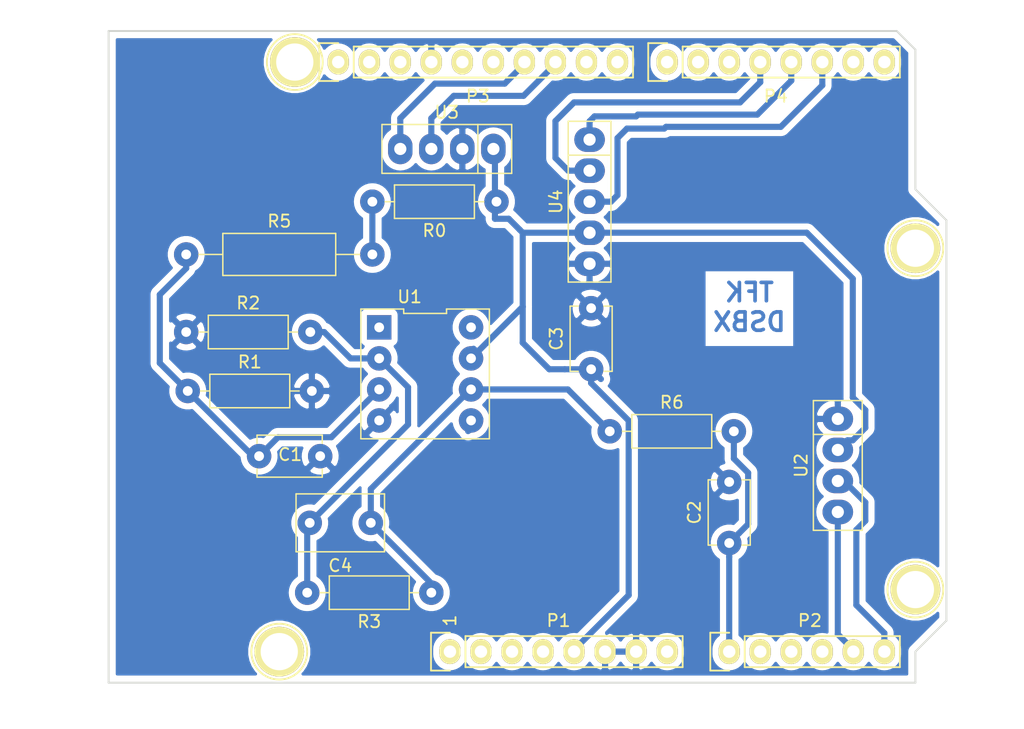
<source format=kicad_pcb>
(kicad_pcb (version 20171130) (host pcbnew "(5.1.2)-2")

  (general
    (thickness 1.6)
    (drawings 28)
    (tracks 115)
    (zones 0)
    (modules 22)
    (nets 40)
  )

  (page A4)
  (title_block
    (date "lun. 30 mars 2015")
  )

  (layers
    (0 F.Cu signal)
    (31 B.Cu signal)
    (32 B.Adhes user)
    (33 F.Adhes user)
    (34 B.Paste user)
    (35 F.Paste user)
    (36 B.SilkS user)
    (37 F.SilkS user)
    (38 B.Mask user)
    (39 F.Mask user)
    (40 Dwgs.User user)
    (41 Cmts.User user)
    (42 Eco1.User user)
    (43 Eco2.User user)
    (44 Edge.Cuts user)
    (45 Margin user)
    (46 B.CrtYd user)
    (47 F.CrtYd user)
    (48 B.Fab user)
    (49 F.Fab user)
  )

  (setup
    (last_trace_width 0.5)
    (trace_clearance 0.5)
    (zone_clearance 0.508)
    (zone_45_only no)
    (trace_min 0.2)
    (via_size 0.6)
    (via_drill 0.4)
    (via_min_size 0.4)
    (via_min_drill 0.3)
    (uvia_size 0.3)
    (uvia_drill 0.1)
    (uvias_allowed no)
    (uvia_min_size 0.2)
    (uvia_min_drill 0.1)
    (edge_width 0.15)
    (segment_width 0.15)
    (pcb_text_width 0.3)
    (pcb_text_size 1.5 1.5)
    (mod_edge_width 0.15)
    (mod_text_size 1 1)
    (mod_text_width 0.15)
    (pad_size 2 2.5)
    (pad_drill 1)
    (pad_to_mask_clearance 0)
    (aux_axis_origin 110.998 126.365)
    (grid_origin 110.998 126.365)
    (visible_elements 7FFFFFFF)
    (pcbplotparams
      (layerselection 0x00000_fffffffe)
      (usegerberextensions false)
      (usegerberattributes false)
      (usegerberadvancedattributes false)
      (creategerberjobfile false)
      (excludeedgelayer true)
      (linewidth 0.100000)
      (plotframeref false)
      (viasonmask false)
      (mode 1)
      (useauxorigin false)
      (hpglpennumber 1)
      (hpglpenspeed 20)
      (hpglpendiameter 15.000000)
      (psnegative false)
      (psa4output false)
      (plotreference true)
      (plotvalue true)
      (plotinvisibletext false)
      (padsonsilk false)
      (subtractmaskfromsilk false)
      (outputformat 4)
      (mirror false)
      (drillshape 2)
      (scaleselection 1)
      (outputdirectory "./"))
  )

  (net 0 "")
  (net 1 /IOREF)
  (net 2 /Reset)
  (net 3 +5V)
  (net 4 GND)
  (net 5 /Vin)
  (net 6 /A1)
  (net 7 /A2)
  (net 8 /A3)
  (net 9 /AREF)
  (net 10 "/9(**)")
  (net 11 /8)
  (net 12 /7)
  (net 13 "/6(**)")
  (net 14 "/5(**)")
  (net 15 "/1(Tx)")
  (net 16 "/0(Rx)")
  (net 17 "Net-(P5-Pad1)")
  (net 18 "Net-(P6-Pad1)")
  (net 19 "Net-(P7-Pad1)")
  (net 20 "Net-(P8-Pad1)")
  (net 21 "/13(SCK)")
  (net 22 "Net-(P1-Pad1)")
  (net 23 +3V3)
  (net 24 "/12(MISO)")
  (net 25 IN+)
  (net 26 ADC)
  (net 27 "Net-(C4-Pad1)")
  (net 28 IN-)
  (net 29 SDA)
  (net 30 SCK)
  (net 31 TX)
  (net 32 RX)
  (net 33 CLK)
  (net 34 DATA)
  (net 35 SWITCH)
  (net 36 "Net-(R0-Pad2)")
  (net 37 "Net-(U1-Pad8)")
  (net 38 "Net-(U1-Pad1)")
  (net 39 "Net-(U1-Pad5)")

  (net_class Default "This is the default net class."
    (clearance 0.5)
    (trace_width 0.5)
    (via_dia 0.6)
    (via_drill 0.4)
    (uvia_dia 0.3)
    (uvia_drill 0.1)
    (add_net +3V3)
    (add_net +5V)
    (add_net "/0(Rx)")
    (add_net "/1(Tx)")
    (add_net "/12(MISO)")
    (add_net "/13(SCK)")
    (add_net "/5(**)")
    (add_net "/6(**)")
    (add_net /7)
    (add_net /8)
    (add_net "/9(**)")
    (add_net /A1)
    (add_net /A2)
    (add_net /A3)
    (add_net /AREF)
    (add_net /IOREF)
    (add_net /Reset)
    (add_net /Vin)
    (add_net ADC)
    (add_net CLK)
    (add_net DATA)
    (add_net GND)
    (add_net IN+)
    (add_net IN-)
    (add_net "Net-(C4-Pad1)")
    (add_net "Net-(P1-Pad1)")
    (add_net "Net-(P5-Pad1)")
    (add_net "Net-(P6-Pad1)")
    (add_net "Net-(P7-Pad1)")
    (add_net "Net-(P8-Pad1)")
    (add_net "Net-(R0-Pad2)")
    (add_net "Net-(U1-Pad1)")
    (add_net "Net-(U1-Pad5)")
    (add_net "Net-(U1-Pad8)")
    (add_net RX)
    (add_net SCK)
    (add_net SDA)
    (add_net SWITCH)
    (add_net TX)
  )

  (module Resistor_THT:R_Axial_DIN0207_L6.3mm_D2.5mm_P10.16mm_Horizontal locked (layer F.Cu) (tedit 6048E3C7) (tstamp 603676E3)
    (at 117.348 97.663)
    (descr "Resistor, Axial_DIN0207 series, Axial, Horizontal, pin pitch=10.16mm, 0.25W = 1/4W, length*diameter=6.3*2.5mm^2, http://cdn-reichelt.de/documents/datenblatt/B400/1_4W%23YAG.pdf")
    (tags "Resistor Axial_DIN0207 series Axial Horizontal pin pitch 10.16mm 0.25W = 1/4W length 6.3mm diameter 2.5mm")
    (path /60363512)
    (fp_text reference R2 (at 5.08 -2.37) (layer F.SilkS)
      (effects (font (size 1 1) (thickness 0.15)))
    )
    (fp_text value 1k (at 5.08 2.37) (layer F.Fab)
      (effects (font (size 1 1) (thickness 0.15)))
    )
    (fp_line (start 1.93 -1.25) (end 1.93 1.25) (layer F.Fab) (width 0.1))
    (fp_line (start 1.93 1.25) (end 8.23 1.25) (layer F.Fab) (width 0.1))
    (fp_line (start 8.23 1.25) (end 8.23 -1.25) (layer F.Fab) (width 0.1))
    (fp_line (start 8.23 -1.25) (end 1.93 -1.25) (layer F.Fab) (width 0.1))
    (fp_line (start 0 0) (end 1.93 0) (layer F.Fab) (width 0.1))
    (fp_line (start 10.16 0) (end 8.23 0) (layer F.Fab) (width 0.1))
    (fp_line (start 1.81 -1.37) (end 1.81 1.37) (layer F.SilkS) (width 0.12))
    (fp_line (start 1.81 1.37) (end 8.35 1.37) (layer F.SilkS) (width 0.12))
    (fp_line (start 8.35 1.37) (end 8.35 -1.37) (layer F.SilkS) (width 0.12))
    (fp_line (start 8.35 -1.37) (end 1.81 -1.37) (layer F.SilkS) (width 0.12))
    (fp_line (start 1.04 0) (end 1.81 0) (layer F.SilkS) (width 0.12))
    (fp_line (start 9.12 0) (end 8.35 0) (layer F.SilkS) (width 0.12))
    (fp_line (start -1.05 -1.5) (end -1.05 1.5) (layer F.CrtYd) (width 0.05))
    (fp_line (start -1.05 1.5) (end 11.21 1.5) (layer F.CrtYd) (width 0.05))
    (fp_line (start 11.21 1.5) (end 11.21 -1.5) (layer F.CrtYd) (width 0.05))
    (fp_line (start 11.21 -1.5) (end -1.05 -1.5) (layer F.CrtYd) (width 0.05))
    (fp_text user %R (at 4.953 0) (layer F.Fab)
      (effects (font (size 1 1) (thickness 0.15)))
    )
    (pad 1 thru_hole circle (at 0 0) (size 2 2) (drill 0.8) (layers *.Cu *.Mask)
      (net 4 GND))
    (pad 2 thru_hole oval (at 10.16 0) (size 2 2) (drill 0.8) (layers *.Cu *.Mask)
      (net 28 IN-))
    (model ${KISYS3DMOD}/Resistor_THT.3dshapes/R_Axial_DIN0207_L6.3mm_D2.5mm_P10.16mm_Horizontal.wrl
      (at (xyz 0 0 0))
      (scale (xyz 1 1 1))
      (rotate (xyz 0 0 0))
    )
  )

  (module Resistor_THT:R_Axial_DIN0207_L6.3mm_D2.5mm_P10.16mm_Horizontal (layer F.Cu) (tedit 6048E31E) (tstamp 603676CC)
    (at 117.475 102.489)
    (descr "Resistor, Axial_DIN0207 series, Axial, Horizontal, pin pitch=10.16mm, 0.25W = 1/4W, length*diameter=6.3*2.5mm^2, http://cdn-reichelt.de/documents/datenblatt/B400/1_4W%23YAG.pdf")
    (tags "Resistor Axial_DIN0207 series Axial Horizontal pin pitch 10.16mm 0.25W = 1/4W length 6.3mm diameter 2.5mm")
    (path /6036266C)
    (fp_text reference R1 (at 5.08 -2.37) (layer F.SilkS)
      (effects (font (size 1 1) (thickness 0.15)))
    )
    (fp_text value 100k (at 5.08 2.37) (layer F.Fab)
      (effects (font (size 1 1) (thickness 0.15)))
    )
    (fp_line (start 1.93 -1.25) (end 1.93 1.25) (layer F.Fab) (width 0.1))
    (fp_line (start 1.93 1.25) (end 8.23 1.25) (layer F.Fab) (width 0.1))
    (fp_line (start 8.23 1.25) (end 8.23 -1.25) (layer F.Fab) (width 0.1))
    (fp_line (start 8.23 -1.25) (end 1.93 -1.25) (layer F.Fab) (width 0.1))
    (fp_line (start 0 0) (end 1.93 0) (layer F.Fab) (width 0.1))
    (fp_line (start 10.16 0) (end 8.23 0) (layer F.Fab) (width 0.1))
    (fp_line (start 1.81 -1.37) (end 1.81 1.37) (layer F.SilkS) (width 0.12))
    (fp_line (start 1.81 1.37) (end 8.35 1.37) (layer F.SilkS) (width 0.12))
    (fp_line (start 8.35 1.37) (end 8.35 -1.37) (layer F.SilkS) (width 0.12))
    (fp_line (start 8.35 -1.37) (end 1.81 -1.37) (layer F.SilkS) (width 0.12))
    (fp_line (start 1.04 0) (end 1.81 0) (layer F.SilkS) (width 0.12))
    (fp_line (start 9.12 0) (end 8.35 0) (layer F.SilkS) (width 0.12))
    (fp_line (start -1.05 -1.5) (end -1.05 1.5) (layer F.CrtYd) (width 0.05))
    (fp_line (start -1.05 1.5) (end 11.21 1.5) (layer F.CrtYd) (width 0.05))
    (fp_line (start 11.21 1.5) (end 11.21 -1.5) (layer F.CrtYd) (width 0.05))
    (fp_line (start 11.21 -1.5) (end -1.05 -1.5) (layer F.CrtYd) (width 0.05))
    (fp_text user %R (at 4.953 0) (layer F.Fab)
      (effects (font (size 1 1) (thickness 0.15)))
    )
    (pad 1 thru_hole circle (at 0 0) (size 2 2) (drill 0.8) (layers *.Cu *.Mask)
      (net 25 IN+))
    (pad 2 thru_hole oval (at 10.16 0) (size 2 2) (drill 0.8) (layers *.Cu *.Mask)
      (net 4 GND))
    (model ${KISYS3DMOD}/Resistor_THT.3dshapes/R_Axial_DIN0207_L6.3mm_D2.5mm_P10.16mm_Horizontal.wrl
      (at (xyz 0 0 0))
      (scale (xyz 1 1 1))
      (rotate (xyz 0 0 0))
    )
  )

  (module mes_empreintes:AOP (layer F.Cu) (tedit 6048E269) (tstamp 60367740)
    (at 136.906 101.092 270)
    (path /6039741D)
    (fp_text reference U1 (at -6.31 1.27) (layer F.SilkS)
      (effects (font (size 1 1) (thickness 0.15)))
    )
    (fp_text value LTC1050 (at -0.127 0.127 90) (layer F.Fab)
      (effects (font (size 1 1) (thickness 0.15)))
    )
    (fp_line (start -5.31 5.26) (end 5.31 5.26) (layer F.SilkS) (width 0.12))
    (fp_line (start 5.31 5.26) (end 5.31 -5.26) (layer F.SilkS) (width 0.12))
    (fp_line (start 5.31 -5.26) (end -5.31 -5.26) (layer F.SilkS) (width 0.12))
    (fp_line (start -5.31 -5.26) (end -5.31 -1.753333) (layer F.SilkS) (width 0.12))
    (fp_line (start -5.31 -1.753333) (end -4.95 -1.753333) (layer F.SilkS) (width 0.12))
    (fp_line (start -4.95 -1.753333) (end -4.95 1.753333) (layer F.SilkS) (width 0.12))
    (fp_line (start -4.95 1.753333) (end -5.31 1.753333) (layer F.SilkS) (width 0.12))
    (fp_line (start -5.31 1.753333) (end -5.31 5.26) (layer F.SilkS) (width 0.12))
    (fp_line (start -5.06 -5.01) (end 5.06 -5.01) (layer F.CrtYd) (width 0.05))
    (fp_line (start 5.06 -5.01) (end 5.06 5.01) (layer F.CrtYd) (width 0.05))
    (fp_line (start 5.06 5.01) (end -5.06 5.01) (layer F.CrtYd) (width 0.05))
    (fp_line (start -5.06 5.01) (end -5.06 -5.01) (layer F.CrtYd) (width 0.05))
    (pad 8 thru_hole circle (at -3.81 -3.76 270) (size 2 2) (drill 0.8) (layers *.Cu *.Mask)
      (net 37 "Net-(U1-Pad8)"))
    (pad 1 thru_hole rect (at -3.81 3.76 270) (size 2 2) (drill 0.8) (layers *.Cu *.Mask)
      (net 38 "Net-(U1-Pad1)"))
    (pad 7 thru_hole circle (at -1.27 -3.76 270) (size 2 2) (drill 0.8) (layers *.Cu *.Mask)
      (net 3 +5V))
    (pad 2 thru_hole circle (at -1.27 3.76 270) (size 2 2) (drill 0.8) (layers *.Cu *.Mask)
      (net 28 IN-))
    (pad 6 thru_hole circle (at 1.27 -3.76 270) (size 2 2) (drill 0.8) (layers *.Cu *.Mask)
      (net 27 "Net-(C4-Pad1)"))
    (pad 3 thru_hole circle (at 1.27 3.76 270) (size 2 2) (drill 0.8) (layers *.Cu *.Mask)
      (net 25 IN+))
    (pad 5 thru_hole circle (at 3.81 -3.76 270) (size 2 2) (drill 0.8) (layers *.Cu *.Mask)
      (net 39 "Net-(U1-Pad5)"))
    (pad 4 thru_hole circle (at 3.81 3.76 270) (size 2 2) (drill 0.8) (layers *.Cu *.Mask)
      (net 4 GND))
  )

  (module mes_empreintes:Mon_Bluetooth (layer F.Cu) (tedit 6048E40F) (tstamp 60367762)
    (at 138.684 82.677 180)
    (path /60444833)
    (fp_text reference U3 (at 0 3) (layer F.SilkS)
      (effects (font (size 1 1) (thickness 0.15)))
    )
    (fp_text value Bluetooth_HC05 (at 0 -3) (layer F.Fab)
      (effects (font (size 1 1) (thickness 0.15)))
    )
    (fp_line (start -5.06 1.75) (end -5.06 -1.75) (layer F.CrtYd) (width 0.05))
    (fp_line (start 5.06 1.75) (end -5.06 1.75) (layer F.CrtYd) (width 0.05))
    (fp_line (start 5.06 -1.75) (end 5.06 1.75) (layer F.CrtYd) (width 0.05))
    (fp_line (start -5.06 -1.75) (end 5.06 -1.75) (layer F.CrtYd) (width 0.05))
    (fp_line (start -2.54 -2) (end -2.54 2) (layer F.SilkS) (width 0.12))
    (fp_line (start -5.31 2) (end -5.31 -2) (layer F.SilkS) (width 0.12))
    (fp_line (start 5.31 2) (end -5.31 2) (layer F.SilkS) (width 0.12))
    (fp_line (start 5.31 -2) (end 5.31 2) (layer F.SilkS) (width 0.12))
    (fp_line (start -5.31 -2) (end 5.31 -2) (layer F.SilkS) (width 0.12))
    (pad 4 thru_hole oval (at 3.81 0 180) (size 2 2.5) (drill 1) (layers *.Cu *.Mask)
      (net 31 TX))
    (pad 3 thru_hole oval (at 1.27 0 180) (size 2 2.5) (drill 1) (layers *.Cu *.Mask)
      (net 32 RX))
    (pad 2 thru_hole oval (at -1.27 0 180) (size 2 2.5) (drill 1) (layers *.Cu *.Mask)
      (net 4 GND))
    (pad 1 thru_hole oval (at -3.81 0 180) (size 2 2.5) (drill 1) (layers *.Cu *.Mask)
      (net 3 +5V))
  )

  (module Socket_Arduino_Uno:Socket_Strip_Arduino_1x08 locked (layer F.Cu) (tedit 552168D2) (tstamp 551AF9EA)
    (at 138.938 123.825)
    (descr "Through hole socket strip")
    (tags "socket strip")
    (path /56D70129)
    (fp_text reference P1 (at 8.89 -2.54) (layer F.SilkS)
      (effects (font (size 1 1) (thickness 0.15)))
    )
    (fp_text value Power (at 8.89 -4.064) (layer F.Fab)
      (effects (font (size 1 1) (thickness 0.15)))
    )
    (fp_line (start -1.75 -1.75) (end -1.75 1.75) (layer F.CrtYd) (width 0.05))
    (fp_line (start 19.55 -1.75) (end 19.55 1.75) (layer F.CrtYd) (width 0.05))
    (fp_line (start -1.75 -1.75) (end 19.55 -1.75) (layer F.CrtYd) (width 0.05))
    (fp_line (start -1.75 1.75) (end 19.55 1.75) (layer F.CrtYd) (width 0.05))
    (fp_line (start 1.27 1.27) (end 19.05 1.27) (layer F.SilkS) (width 0.15))
    (fp_line (start 19.05 1.27) (end 19.05 -1.27) (layer F.SilkS) (width 0.15))
    (fp_line (start 19.05 -1.27) (end 1.27 -1.27) (layer F.SilkS) (width 0.15))
    (fp_line (start -1.55 1.55) (end 0 1.55) (layer F.SilkS) (width 0.15))
    (fp_line (start 1.27 1.27) (end 1.27 -1.27) (layer F.SilkS) (width 0.15))
    (fp_line (start 0 -1.55) (end -1.55 -1.55) (layer F.SilkS) (width 0.15))
    (fp_line (start -1.55 -1.55) (end -1.55 1.55) (layer F.SilkS) (width 0.15))
    (pad 1 thru_hole oval (at 0 0) (size 1.7272 2.032) (drill 1.016) (layers *.Cu *.Mask F.SilkS)
      (net 22 "Net-(P1-Pad1)"))
    (pad 2 thru_hole oval (at 2.54 0) (size 1.7272 2.032) (drill 1.016) (layers *.Cu *.Mask F.SilkS)
      (net 1 /IOREF))
    (pad 3 thru_hole oval (at 5.08 0) (size 1.7272 2.032) (drill 1.016) (layers *.Cu *.Mask F.SilkS)
      (net 2 /Reset))
    (pad 4 thru_hole oval (at 7.62 0) (size 1.7272 2.032) (drill 1.016) (layers *.Cu *.Mask F.SilkS)
      (net 23 +3V3))
    (pad 5 thru_hole oval (at 10.16 0) (size 1.7272 2.032) (drill 1.016) (layers *.Cu *.Mask F.SilkS)
      (net 3 +5V))
    (pad 6 thru_hole oval (at 12.7 0) (size 1.7272 2.032) (drill 1.016) (layers *.Cu *.Mask F.SilkS)
      (net 4 GND))
    (pad 7 thru_hole oval (at 15.24 0) (size 1.7272 2.032) (drill 1.016) (layers *.Cu *.Mask F.SilkS)
      (net 4 GND))
    (pad 8 thru_hole oval (at 17.78 0) (size 1.7272 2.032) (drill 1.016) (layers *.Cu *.Mask F.SilkS)
      (net 5 /Vin))
    (model ${KIPRJMOD}/Socket_Arduino_Uno.3dshapes/Socket_header_Arduino_1x08.wrl
      (offset (xyz 8.889999866485596 0 0))
      (scale (xyz 1 1 1))
      (rotate (xyz 0 0 180))
    )
  )

  (module Socket_Arduino_Uno:Socket_Strip_Arduino_1x06 locked (layer F.Cu) (tedit 552168D6) (tstamp 551AF9FF)
    (at 161.798 123.825)
    (descr "Through hole socket strip")
    (tags "socket strip")
    (path /56D70DD8)
    (fp_text reference P2 (at 6.604 -2.54) (layer F.SilkS)
      (effects (font (size 1 1) (thickness 0.15)))
    )
    (fp_text value Analog (at 6.604 -4.064) (layer F.Fab)
      (effects (font (size 1 1) (thickness 0.15)))
    )
    (fp_line (start -1.75 -1.75) (end -1.75 1.75) (layer F.CrtYd) (width 0.05))
    (fp_line (start 14.45 -1.75) (end 14.45 1.75) (layer F.CrtYd) (width 0.05))
    (fp_line (start -1.75 -1.75) (end 14.45 -1.75) (layer F.CrtYd) (width 0.05))
    (fp_line (start -1.75 1.75) (end 14.45 1.75) (layer F.CrtYd) (width 0.05))
    (fp_line (start 1.27 1.27) (end 13.97 1.27) (layer F.SilkS) (width 0.15))
    (fp_line (start 13.97 1.27) (end 13.97 -1.27) (layer F.SilkS) (width 0.15))
    (fp_line (start 13.97 -1.27) (end 1.27 -1.27) (layer F.SilkS) (width 0.15))
    (fp_line (start -1.55 1.55) (end 0 1.55) (layer F.SilkS) (width 0.15))
    (fp_line (start 1.27 1.27) (end 1.27 -1.27) (layer F.SilkS) (width 0.15))
    (fp_line (start 0 -1.55) (end -1.55 -1.55) (layer F.SilkS) (width 0.15))
    (fp_line (start -1.55 -1.55) (end -1.55 1.55) (layer F.SilkS) (width 0.15))
    (pad 1 thru_hole oval (at 0 0) (size 1.7272 2.032) (drill 1.016) (layers *.Cu *.Mask F.SilkS)
      (net 26 ADC))
    (pad 2 thru_hole oval (at 2.54 0) (size 1.7272 2.032) (drill 1.016) (layers *.Cu *.Mask F.SilkS)
      (net 6 /A1))
    (pad 3 thru_hole oval (at 5.08 0) (size 1.7272 2.032) (drill 1.016) (layers *.Cu *.Mask F.SilkS)
      (net 7 /A2))
    (pad 4 thru_hole oval (at 7.62 0) (size 1.7272 2.032) (drill 1.016) (layers *.Cu *.Mask F.SilkS)
      (net 8 /A3))
    (pad 5 thru_hole oval (at 10.16 0) (size 1.7272 2.032) (drill 1.016) (layers *.Cu *.Mask F.SilkS)
      (net 29 SDA))
    (pad 6 thru_hole oval (at 12.7 0) (size 1.7272 2.032) (drill 1.016) (layers *.Cu *.Mask F.SilkS)
      (net 30 SCK))
    (model ${KIPRJMOD}/Socket_Arduino_Uno.3dshapes/Socket_header_Arduino_1x06.wrl
      (offset (xyz 6.349999904632568 0 0))
      (scale (xyz 1 1 1))
      (rotate (xyz 0 0 180))
    )
  )

  (module Socket_Arduino_Uno:Socket_Strip_Arduino_1x10 locked (layer F.Cu) (tedit 552168BF) (tstamp 551AFA18)
    (at 129.794 75.565)
    (descr "Through hole socket strip")
    (tags "socket strip")
    (path /56D721E0)
    (fp_text reference P3 (at 11.43 2.794) (layer F.SilkS)
      (effects (font (size 1 1) (thickness 0.15)))
    )
    (fp_text value Digital (at 11.43 4.318) (layer F.Fab)
      (effects (font (size 1 1) (thickness 0.15)))
    )
    (fp_line (start -1.75 -1.75) (end -1.75 1.75) (layer F.CrtYd) (width 0.05))
    (fp_line (start 24.65 -1.75) (end 24.65 1.75) (layer F.CrtYd) (width 0.05))
    (fp_line (start -1.75 -1.75) (end 24.65 -1.75) (layer F.CrtYd) (width 0.05))
    (fp_line (start -1.75 1.75) (end 24.65 1.75) (layer F.CrtYd) (width 0.05))
    (fp_line (start 1.27 1.27) (end 24.13 1.27) (layer F.SilkS) (width 0.15))
    (fp_line (start 24.13 1.27) (end 24.13 -1.27) (layer F.SilkS) (width 0.15))
    (fp_line (start 24.13 -1.27) (end 1.27 -1.27) (layer F.SilkS) (width 0.15))
    (fp_line (start -1.55 1.55) (end 0 1.55) (layer F.SilkS) (width 0.15))
    (fp_line (start 1.27 1.27) (end 1.27 -1.27) (layer F.SilkS) (width 0.15))
    (fp_line (start 0 -1.55) (end -1.55 -1.55) (layer F.SilkS) (width 0.15))
    (fp_line (start -1.55 -1.55) (end -1.55 1.55) (layer F.SilkS) (width 0.15))
    (pad 1 thru_hole oval (at 0 0) (size 1.7272 2.032) (drill 1.016) (layers *.Cu *.Mask F.SilkS)
      (net 30 SCK))
    (pad 2 thru_hole oval (at 2.54 0) (size 1.7272 2.032) (drill 1.016) (layers *.Cu *.Mask F.SilkS)
      (net 29 SDA))
    (pad 3 thru_hole oval (at 5.08 0) (size 1.7272 2.032) (drill 1.016) (layers *.Cu *.Mask F.SilkS)
      (net 9 /AREF))
    (pad 4 thru_hole oval (at 7.62 0) (size 1.7272 2.032) (drill 1.016) (layers *.Cu *.Mask F.SilkS)
      (net 4 GND))
    (pad 5 thru_hole oval (at 10.16 0) (size 1.7272 2.032) (drill 1.016) (layers *.Cu *.Mask F.SilkS)
      (net 21 "/13(SCK)"))
    (pad 6 thru_hole oval (at 12.7 0) (size 1.7272 2.032) (drill 1.016) (layers *.Cu *.Mask F.SilkS)
      (net 24 "/12(MISO)"))
    (pad 7 thru_hole oval (at 15.24 0) (size 1.7272 2.032) (drill 1.016) (layers *.Cu *.Mask F.SilkS)
      (net 31 TX))
    (pad 8 thru_hole oval (at 17.78 0) (size 1.7272 2.032) (drill 1.016) (layers *.Cu *.Mask F.SilkS)
      (net 32 RX))
    (pad 9 thru_hole oval (at 20.32 0) (size 1.7272 2.032) (drill 1.016) (layers *.Cu *.Mask F.SilkS)
      (net 10 "/9(**)"))
    (pad 10 thru_hole oval (at 22.86 0) (size 1.7272 2.032) (drill 1.016) (layers *.Cu *.Mask F.SilkS)
      (net 11 /8))
    (model ${KIPRJMOD}/Socket_Arduino_Uno.3dshapes/Socket_header_Arduino_1x10.wrl
      (offset (xyz 11.42999982833862 0 0))
      (scale (xyz 1 1 1))
      (rotate (xyz 0 0 180))
    )
  )

  (module Socket_Arduino_Uno:Socket_Strip_Arduino_1x08 locked (layer F.Cu) (tedit 552168C7) (tstamp 551AFA2F)
    (at 156.718 75.565)
    (descr "Through hole socket strip")
    (tags "socket strip")
    (path /56D7164F)
    (fp_text reference P4 (at 8.89 2.794) (layer F.SilkS)
      (effects (font (size 1 1) (thickness 0.15)))
    )
    (fp_text value Digital (at 8.89 4.318) (layer F.Fab)
      (effects (font (size 1 1) (thickness 0.15)))
    )
    (fp_line (start -1.75 -1.75) (end -1.75 1.75) (layer F.CrtYd) (width 0.05))
    (fp_line (start 19.55 -1.75) (end 19.55 1.75) (layer F.CrtYd) (width 0.05))
    (fp_line (start -1.75 -1.75) (end 19.55 -1.75) (layer F.CrtYd) (width 0.05))
    (fp_line (start -1.75 1.75) (end 19.55 1.75) (layer F.CrtYd) (width 0.05))
    (fp_line (start 1.27 1.27) (end 19.05 1.27) (layer F.SilkS) (width 0.15))
    (fp_line (start 19.05 1.27) (end 19.05 -1.27) (layer F.SilkS) (width 0.15))
    (fp_line (start 19.05 -1.27) (end 1.27 -1.27) (layer F.SilkS) (width 0.15))
    (fp_line (start -1.55 1.55) (end 0 1.55) (layer F.SilkS) (width 0.15))
    (fp_line (start 1.27 1.27) (end 1.27 -1.27) (layer F.SilkS) (width 0.15))
    (fp_line (start 0 -1.55) (end -1.55 -1.55) (layer F.SilkS) (width 0.15))
    (fp_line (start -1.55 -1.55) (end -1.55 1.55) (layer F.SilkS) (width 0.15))
    (pad 1 thru_hole oval (at 0 0) (size 1.7272 2.032) (drill 1.016) (layers *.Cu *.Mask F.SilkS)
      (net 12 /7))
    (pad 2 thru_hole oval (at 2.54 0) (size 1.7272 2.032) (drill 1.016) (layers *.Cu *.Mask F.SilkS)
      (net 13 "/6(**)"))
    (pad 3 thru_hole oval (at 5.08 0) (size 1.7272 2.032) (drill 1.016) (layers *.Cu *.Mask F.SilkS)
      (net 14 "/5(**)"))
    (pad 4 thru_hole oval (at 7.62 0) (size 1.7272 2.032) (drill 1.016) (layers *.Cu *.Mask F.SilkS)
      (net 34 DATA))
    (pad 5 thru_hole oval (at 10.16 0) (size 1.7272 2.032) (drill 1.016) (layers *.Cu *.Mask F.SilkS)
      (net 33 CLK))
    (pad 6 thru_hole oval (at 12.7 0) (size 1.7272 2.032) (drill 1.016) (layers *.Cu *.Mask F.SilkS)
      (net 35 SWITCH))
    (pad 7 thru_hole oval (at 15.24 0) (size 1.7272 2.032) (drill 1.016) (layers *.Cu *.Mask F.SilkS)
      (net 15 "/1(Tx)"))
    (pad 8 thru_hole oval (at 17.78 0) (size 1.7272 2.032) (drill 1.016) (layers *.Cu *.Mask F.SilkS)
      (net 16 "/0(Rx)"))
    (model ${KIPRJMOD}/Socket_Arduino_Uno.3dshapes/Socket_header_Arduino_1x08.wrl
      (offset (xyz 8.889999866485596 0 0))
      (scale (xyz 1 1 1))
      (rotate (xyz 0 0 180))
    )
  )

  (module Socket_Arduino_Uno:Arduino_1pin locked (layer F.Cu) (tedit 5524FC39) (tstamp 5524FC3F)
    (at 124.968 123.825)
    (descr "module 1 pin (ou trou mecanique de percage)")
    (tags DEV)
    (path /56D71177)
    (fp_text reference P5 (at 0 -3.048) (layer F.SilkS) hide
      (effects (font (size 1 1) (thickness 0.15)))
    )
    (fp_text value CONN_01X01 (at 0 2.794) (layer F.Fab) hide
      (effects (font (size 1 1) (thickness 0.15)))
    )
    (fp_circle (center 0 0) (end 0 -2.286) (layer F.SilkS) (width 0.15))
    (pad 1 thru_hole circle (at 0 0) (size 4.064 4.064) (drill 3.048) (layers *.Cu *.Mask F.SilkS)
      (net 17 "Net-(P5-Pad1)"))
  )

  (module Socket_Arduino_Uno:Arduino_1pin locked (layer F.Cu) (tedit 5524FC4A) (tstamp 5524FC44)
    (at 177.038 118.745)
    (descr "module 1 pin (ou trou mecanique de percage)")
    (tags DEV)
    (path /56D71274)
    (fp_text reference P6 (at 0 -3.048) (layer F.SilkS) hide
      (effects (font (size 1 1) (thickness 0.15)))
    )
    (fp_text value CONN_01X01 (at 0 2.794) (layer F.Fab) hide
      (effects (font (size 1 1) (thickness 0.15)))
    )
    (fp_circle (center 0 0) (end 0 -2.286) (layer F.SilkS) (width 0.15))
    (pad 1 thru_hole circle (at 0 0) (size 4.064 4.064) (drill 3.048) (layers *.Cu *.Mask F.SilkS)
      (net 18 "Net-(P6-Pad1)"))
  )

  (module Socket_Arduino_Uno:Arduino_1pin locked (layer F.Cu) (tedit 5524FC2F) (tstamp 5524FC49)
    (at 126.238 75.565)
    (descr "module 1 pin (ou trou mecanique de percage)")
    (tags DEV)
    (path /56D712A8)
    (fp_text reference P7 (at 0 -3.048) (layer F.SilkS) hide
      (effects (font (size 1 1) (thickness 0.15)))
    )
    (fp_text value CONN_01X01 (at 0 2.794) (layer F.Fab) hide
      (effects (font (size 1 1) (thickness 0.15)))
    )
    (fp_circle (center 0 0) (end 0 -2.286) (layer F.SilkS) (width 0.15))
    (pad 1 thru_hole circle (at 0 0) (size 4.064 4.064) (drill 3.048) (layers *.Cu *.Mask F.SilkS)
      (net 19 "Net-(P7-Pad1)"))
  )

  (module Socket_Arduino_Uno:Arduino_1pin locked (layer F.Cu) (tedit 5524FC41) (tstamp 5524FC4E)
    (at 177.038 90.805)
    (descr "module 1 pin (ou trou mecanique de percage)")
    (tags DEV)
    (path /56D712DB)
    (fp_text reference P8 (at 0 -3.048) (layer F.SilkS) hide
      (effects (font (size 1 1) (thickness 0.15)))
    )
    (fp_text value CONN_01X01 (at 0 2.794) (layer F.Fab) hide
      (effects (font (size 1 1) (thickness 0.15)))
    )
    (fp_circle (center 0 0) (end 0 -2.286) (layer F.SilkS) (width 0.15))
    (pad 1 thru_hole circle (at 0 0) (size 4.064 4.064) (drill 3.048) (layers *.Cu *.Mask F.SilkS)
      (net 20 "Net-(P8-Pad1)"))
  )

  (module Capacitor_THT:C_Disc_D5.1mm_W3.2mm_P5.00mm (layer F.Cu) (tedit 6048E332) (tstamp 60367661)
    (at 123.317 107.823)
    (descr "C, Disc series, Radial, pin pitch=5.00mm, , diameter*width=5.1*3.2mm^2, Capacitor, http://www.vishay.com/docs/45233/krseries.pdf")
    (tags "C Disc series Radial pin pitch 5.00mm  diameter 5.1mm width 3.2mm Capacitor")
    (path /60363BB8)
    (fp_text reference C1 (at 2.54 -0.127) (layer F.SilkS)
      (effects (font (size 1 1) (thickness 0.15)))
    )
    (fp_text value 100n (at 2.5 2.85) (layer F.Fab)
      (effects (font (size 1 1) (thickness 0.15)))
    )
    (fp_line (start -0.05 -1.6) (end -0.05 1.6) (layer F.Fab) (width 0.1))
    (fp_line (start -0.05 1.6) (end 5.05 1.6) (layer F.Fab) (width 0.1))
    (fp_line (start 5.05 1.6) (end 5.05 -1.6) (layer F.Fab) (width 0.1))
    (fp_line (start 5.05 -1.6) (end -0.05 -1.6) (layer F.Fab) (width 0.1))
    (fp_line (start -0.17 -1.721) (end 5.17 -1.721) (layer F.SilkS) (width 0.12))
    (fp_line (start -0.17 1.721) (end 5.17 1.721) (layer F.SilkS) (width 0.12))
    (fp_line (start -0.17 -1.721) (end -0.17 -1.055) (layer F.SilkS) (width 0.12))
    (fp_line (start -0.17 1.055) (end -0.17 1.721) (layer F.SilkS) (width 0.12))
    (fp_line (start 5.17 -1.721) (end 5.17 -1.055) (layer F.SilkS) (width 0.12))
    (fp_line (start 5.17 1.055) (end 5.17 1.721) (layer F.SilkS) (width 0.12))
    (fp_line (start -1.05 -1.85) (end -1.05 1.85) (layer F.CrtYd) (width 0.05))
    (fp_line (start -1.05 1.85) (end 6.05 1.85) (layer F.CrtYd) (width 0.05))
    (fp_line (start 6.05 1.85) (end 6.05 -1.85) (layer F.CrtYd) (width 0.05))
    (fp_line (start 6.05 -1.85) (end -1.05 -1.85) (layer F.CrtYd) (width 0.05))
    (fp_text user %R (at 2.54 0) (layer F.Fab)
      (effects (font (size 1 1) (thickness 0.15)))
    )
    (pad 1 thru_hole circle (at 0 0) (size 2 2) (drill 0.8) (layers *.Cu *.Mask)
      (net 25 IN+))
    (pad 2 thru_hole circle (at 5 0) (size 2 2) (drill 0.8) (layers *.Cu *.Mask)
      (net 4 GND))
    (model ${KISYS3DMOD}/Capacitor_THT.3dshapes/C_Disc_D5.1mm_W3.2mm_P5.00mm.wrl
      (at (xyz 0 0 0))
      (scale (xyz 1 1 1))
      (rotate (xyz 0 0 0))
    )
  )

  (module Capacitor_THT:C_Disc_D5.1mm_W3.2mm_P5.00mm (layer F.Cu) (tedit 6048E290) (tstamp 60367676)
    (at 161.798 114.935 90)
    (descr "C, Disc series, Radial, pin pitch=5.00mm, , diameter*width=5.1*3.2mm^2, Capacitor, http://www.vishay.com/docs/45233/krseries.pdf")
    (tags "C Disc series Radial pin pitch 5.00mm  diameter 5.1mm width 3.2mm Capacitor")
    (path /60364F20)
    (fp_text reference C2 (at 2.5 -2.85 90) (layer F.SilkS)
      (effects (font (size 1 1) (thickness 0.15)))
    )
    (fp_text value 100n (at 2.5 2.85 90) (layer F.Fab)
      (effects (font (size 1 1) (thickness 0.15)))
    )
    (fp_line (start -0.05 -1.6) (end -0.05 1.6) (layer F.Fab) (width 0.1))
    (fp_line (start -0.05 1.6) (end 5.05 1.6) (layer F.Fab) (width 0.1))
    (fp_line (start 5.05 1.6) (end 5.05 -1.6) (layer F.Fab) (width 0.1))
    (fp_line (start 5.05 -1.6) (end -0.05 -1.6) (layer F.Fab) (width 0.1))
    (fp_line (start -0.17 -1.721) (end 5.17 -1.721) (layer F.SilkS) (width 0.12))
    (fp_line (start -0.17 1.721) (end 5.17 1.721) (layer F.SilkS) (width 0.12))
    (fp_line (start -0.17 -1.721) (end -0.17 -1.055) (layer F.SilkS) (width 0.12))
    (fp_line (start -0.17 1.055) (end -0.17 1.721) (layer F.SilkS) (width 0.12))
    (fp_line (start 5.17 -1.721) (end 5.17 -1.055) (layer F.SilkS) (width 0.12))
    (fp_line (start 5.17 1.055) (end 5.17 1.721) (layer F.SilkS) (width 0.12))
    (fp_line (start -1.05 -1.85) (end -1.05 1.85) (layer F.CrtYd) (width 0.05))
    (fp_line (start -1.05 1.85) (end 6.05 1.85) (layer F.CrtYd) (width 0.05))
    (fp_line (start 6.05 1.85) (end 6.05 -1.85) (layer F.CrtYd) (width 0.05))
    (fp_line (start 6.05 -1.85) (end -1.05 -1.85) (layer F.CrtYd) (width 0.05))
    (fp_text user %R (at 2.5 0 90) (layer F.Fab)
      (effects (font (size 1 1) (thickness 0.15)))
    )
    (pad 1 thru_hole circle (at 0 0 90) (size 2 2) (drill 0.8) (layers *.Cu *.Mask)
      (net 26 ADC))
    (pad 2 thru_hole circle (at 5 0 90) (size 2 2) (drill 0.8) (layers *.Cu *.Mask)
      (net 4 GND))
    (model ${KISYS3DMOD}/Capacitor_THT.3dshapes/C_Disc_D5.1mm_W3.2mm_P5.00mm.wrl
      (at (xyz 0 0 0))
      (scale (xyz 1 1 1))
      (rotate (xyz 0 0 0))
    )
  )

  (module Capacitor_THT:C_Disc_D5.1mm_W3.2mm_P5.00mm (layer F.Cu) (tedit 6048E3EB) (tstamp 6036768B)
    (at 150.495 100.711 90)
    (descr "C, Disc series, Radial, pin pitch=5.00mm, , diameter*width=5.1*3.2mm^2, Capacitor, http://www.vishay.com/docs/45233/krseries.pdf")
    (tags "C Disc series Radial pin pitch 5.00mm  diameter 5.1mm width 3.2mm Capacitor")
    (path /60364536)
    (fp_text reference C3 (at 2.5 -2.85 90) (layer F.SilkS)
      (effects (font (size 1 1) (thickness 0.15)))
    )
    (fp_text value 100n (at 2.5 2.85 90) (layer F.Fab)
      (effects (font (size 1 1) (thickness 0.15)))
    )
    (fp_text user %R (at 2.413 0.508 90) (layer F.Fab)
      (effects (font (size 1 1) (thickness 0.15)))
    )
    (fp_line (start 6.05 -1.85) (end -1.05 -1.85) (layer F.CrtYd) (width 0.05))
    (fp_line (start 6.05 1.85) (end 6.05 -1.85) (layer F.CrtYd) (width 0.05))
    (fp_line (start -1.05 1.85) (end 6.05 1.85) (layer F.CrtYd) (width 0.05))
    (fp_line (start -1.05 -1.85) (end -1.05 1.85) (layer F.CrtYd) (width 0.05))
    (fp_line (start 5.17 1.055) (end 5.17 1.721) (layer F.SilkS) (width 0.12))
    (fp_line (start 5.17 -1.721) (end 5.17 -1.055) (layer F.SilkS) (width 0.12))
    (fp_line (start -0.17 1.055) (end -0.17 1.721) (layer F.SilkS) (width 0.12))
    (fp_line (start -0.17 -1.721) (end -0.17 -1.055) (layer F.SilkS) (width 0.12))
    (fp_line (start -0.17 1.721) (end 5.17 1.721) (layer F.SilkS) (width 0.12))
    (fp_line (start -0.17 -1.721) (end 5.17 -1.721) (layer F.SilkS) (width 0.12))
    (fp_line (start 5.05 -1.6) (end -0.05 -1.6) (layer F.Fab) (width 0.1))
    (fp_line (start 5.05 1.6) (end 5.05 -1.6) (layer F.Fab) (width 0.1))
    (fp_line (start -0.05 1.6) (end 5.05 1.6) (layer F.Fab) (width 0.1))
    (fp_line (start -0.05 -1.6) (end -0.05 1.6) (layer F.Fab) (width 0.1))
    (pad 2 thru_hole circle (at 5 0 90) (size 2 2) (drill 0.8) (layers *.Cu *.Mask)
      (net 4 GND))
    (pad 1 thru_hole circle (at 0 0 90) (size 2 2) (drill 0.8) (layers *.Cu *.Mask)
      (net 3 +5V))
    (model ${KISYS3DMOD}/Capacitor_THT.3dshapes/C_Disc_D5.1mm_W3.2mm_P5.00mm.wrl
      (at (xyz 0 0 0))
      (scale (xyz 1 1 1))
      (rotate (xyz 0 0 0))
    )
  )

  (module Capacitor_THT:C_Rect_L7.0mm_W4.5mm_P5.00mm (layer F.Cu) (tedit 6048E341) (tstamp 6036769E)
    (at 132.461 113.284 180)
    (descr "C, Rect series, Radial, pin pitch=5.00mm, , length*width=7*4.5mm^2, Capacitor")
    (tags "C Rect series Radial pin pitch 5.00mm  length 7mm width 4.5mm Capacitor")
    (path /603649B0)
    (fp_text reference C4 (at 2.5 -3.5) (layer F.SilkS)
      (effects (font (size 1 1) (thickness 0.15)))
    )
    (fp_text value 1u (at 2.5 3.5) (layer F.Fab)
      (effects (font (size 1 1) (thickness 0.15)))
    )
    (fp_line (start -1 -2.25) (end -1 2.25) (layer F.Fab) (width 0.1))
    (fp_line (start -1 2.25) (end 6 2.25) (layer F.Fab) (width 0.1))
    (fp_line (start 6 2.25) (end 6 -2.25) (layer F.Fab) (width 0.1))
    (fp_line (start 6 -2.25) (end -1 -2.25) (layer F.Fab) (width 0.1))
    (fp_line (start -1.12 -2.37) (end 6.12 -2.37) (layer F.SilkS) (width 0.12))
    (fp_line (start -1.12 2.37) (end 6.12 2.37) (layer F.SilkS) (width 0.12))
    (fp_line (start -1.12 -2.37) (end -1.12 2.37) (layer F.SilkS) (width 0.12))
    (fp_line (start 6.12 -2.37) (end 6.12 2.37) (layer F.SilkS) (width 0.12))
    (fp_line (start -1.25 -2.5) (end -1.25 2.5) (layer F.CrtYd) (width 0.05))
    (fp_line (start -1.25 2.5) (end 6.25 2.5) (layer F.CrtYd) (width 0.05))
    (fp_line (start 6.25 2.5) (end 6.25 -2.5) (layer F.CrtYd) (width 0.05))
    (fp_line (start 6.25 -2.5) (end -1.25 -2.5) (layer F.CrtYd) (width 0.05))
    (fp_text user %R (at 1.614999 -0.195001) (layer F.Fab)
      (effects (font (size 1 1) (thickness 0.15)))
    )
    (pad 1 thru_hole circle (at 0 0 180) (size 2 2) (drill 0.8) (layers *.Cu *.Mask)
      (net 27 "Net-(C4-Pad1)"))
    (pad 2 thru_hole circle (at 5 0 180) (size 2 2) (drill 0.8) (layers *.Cu *.Mask)
      (net 28 IN-))
    (model ${KISYS3DMOD}/Capacitor_THT.3dshapes/C_Rect_L7.0mm_W4.5mm_P5.00mm.wrl
      (at (xyz 0 0 0))
      (scale (xyz 1 1 1))
      (rotate (xyz 0 0 0))
    )
  )

  (module Resistor_THT:R_Axial_DIN0207_L6.3mm_D2.5mm_P10.16mm_Horizontal (layer F.Cu) (tedit 6048E2F2) (tstamp 603676B5)
    (at 142.748 86.995 180)
    (descr "Resistor, Axial_DIN0207 series, Axial, Horizontal, pin pitch=10.16mm, 0.25W = 1/4W, length*diameter=6.3*2.5mm^2, http://cdn-reichelt.de/documents/datenblatt/B400/1_4W%23YAG.pdf")
    (tags "Resistor Axial_DIN0207 series Axial Horizontal pin pitch 10.16mm 0.25W = 1/4W length 6.3mm diameter 2.5mm")
    (path /6037D836)
    (fp_text reference R0 (at 5.08 -2.37) (layer F.SilkS)
      (effects (font (size 1 1) (thickness 0.15)))
    )
    (fp_text value Rsensor (at 5.08 2.37) (layer F.Fab)
      (effects (font (size 1 1) (thickness 0.15)))
    )
    (fp_text user %R (at 5.08 0) (layer F.Fab)
      (effects (font (size 1 1) (thickness 0.15)))
    )
    (fp_line (start 11.21 -1.5) (end -1.05 -1.5) (layer F.CrtYd) (width 0.05))
    (fp_line (start 11.21 1.5) (end 11.21 -1.5) (layer F.CrtYd) (width 0.05))
    (fp_line (start -1.05 1.5) (end 11.21 1.5) (layer F.CrtYd) (width 0.05))
    (fp_line (start -1.05 -1.5) (end -1.05 1.5) (layer F.CrtYd) (width 0.05))
    (fp_line (start 9.12 0) (end 8.35 0) (layer F.SilkS) (width 0.12))
    (fp_line (start 1.04 0) (end 1.81 0) (layer F.SilkS) (width 0.12))
    (fp_line (start 8.35 -1.37) (end 1.81 -1.37) (layer F.SilkS) (width 0.12))
    (fp_line (start 8.35 1.37) (end 8.35 -1.37) (layer F.SilkS) (width 0.12))
    (fp_line (start 1.81 1.37) (end 8.35 1.37) (layer F.SilkS) (width 0.12))
    (fp_line (start 1.81 -1.37) (end 1.81 1.37) (layer F.SilkS) (width 0.12))
    (fp_line (start 10.16 0) (end 8.23 0) (layer F.Fab) (width 0.1))
    (fp_line (start 0 0) (end 1.93 0) (layer F.Fab) (width 0.1))
    (fp_line (start 8.23 -1.25) (end 1.93 -1.25) (layer F.Fab) (width 0.1))
    (fp_line (start 8.23 1.25) (end 8.23 -1.25) (layer F.Fab) (width 0.1))
    (fp_line (start 1.93 1.25) (end 8.23 1.25) (layer F.Fab) (width 0.1))
    (fp_line (start 1.93 -1.25) (end 1.93 1.25) (layer F.Fab) (width 0.1))
    (pad 2 thru_hole oval (at 10.16 0 180) (size 2 2) (drill 0.8) (layers *.Cu *.Mask)
      (net 36 "Net-(R0-Pad2)"))
    (pad 1 thru_hole circle (at 0 0 180) (size 2 2) (drill 0.8) (layers *.Cu *.Mask)
      (net 3 +5V))
    (model ${KISYS3DMOD}/Resistor_THT.3dshapes/R_Axial_DIN0207_L6.3mm_D2.5mm_P10.16mm_Horizontal.wrl
      (at (xyz 0 0 0))
      (scale (xyz 1 1 1))
      (rotate (xyz 0 0 0))
    )
  )

  (module Resistor_THT:R_Axial_DIN0207_L6.3mm_D2.5mm_P10.16mm_Horizontal (layer F.Cu) (tedit 6048E360) (tstamp 603676FA)
    (at 137.414 118.999 180)
    (descr "Resistor, Axial_DIN0207 series, Axial, Horizontal, pin pitch=10.16mm, 0.25W = 1/4W, length*diameter=6.3*2.5mm^2, http://cdn-reichelt.de/documents/datenblatt/B400/1_4W%23YAG.pdf")
    (tags "Resistor Axial_DIN0207 series Axial Horizontal pin pitch 10.16mm 0.25W = 1/4W length 6.3mm diameter 2.5mm")
    (path /60362A16)
    (fp_text reference R3 (at 5.08 -2.37) (layer F.SilkS)
      (effects (font (size 1 1) (thickness 0.15)))
    )
    (fp_text value 100k (at 5.08 2.37) (layer F.Fab)
      (effects (font (size 1 1) (thickness 0.15)))
    )
    (fp_text user %R (at 5.08 0) (layer F.Fab)
      (effects (font (size 1 1) (thickness 0.15)))
    )
    (fp_line (start 11.21 -1.5) (end -1.05 -1.5) (layer F.CrtYd) (width 0.05))
    (fp_line (start 11.21 1.5) (end 11.21 -1.5) (layer F.CrtYd) (width 0.05))
    (fp_line (start -1.05 1.5) (end 11.21 1.5) (layer F.CrtYd) (width 0.05))
    (fp_line (start -1.05 -1.5) (end -1.05 1.5) (layer F.CrtYd) (width 0.05))
    (fp_line (start 9.12 0) (end 8.35 0) (layer F.SilkS) (width 0.12))
    (fp_line (start 1.04 0) (end 1.81 0) (layer F.SilkS) (width 0.12))
    (fp_line (start 8.35 -1.37) (end 1.81 -1.37) (layer F.SilkS) (width 0.12))
    (fp_line (start 8.35 1.37) (end 8.35 -1.37) (layer F.SilkS) (width 0.12))
    (fp_line (start 1.81 1.37) (end 8.35 1.37) (layer F.SilkS) (width 0.12))
    (fp_line (start 1.81 -1.37) (end 1.81 1.37) (layer F.SilkS) (width 0.12))
    (fp_line (start 10.16 0) (end 8.23 0) (layer F.Fab) (width 0.1))
    (fp_line (start 0 0) (end 1.93 0) (layer F.Fab) (width 0.1))
    (fp_line (start 8.23 -1.25) (end 1.93 -1.25) (layer F.Fab) (width 0.1))
    (fp_line (start 8.23 1.25) (end 8.23 -1.25) (layer F.Fab) (width 0.1))
    (fp_line (start 1.93 1.25) (end 8.23 1.25) (layer F.Fab) (width 0.1))
    (fp_line (start 1.93 -1.25) (end 1.93 1.25) (layer F.Fab) (width 0.1))
    (pad 2 thru_hole oval (at 10.16 0 180) (size 2 2) (drill 0.8) (layers *.Cu *.Mask)
      (net 28 IN-))
    (pad 1 thru_hole circle (at 0 0 180) (size 2 2) (drill 0.8) (layers *.Cu *.Mask)
      (net 27 "Net-(C4-Pad1)"))
    (model ${KISYS3DMOD}/Resistor_THT.3dshapes/R_Axial_DIN0207_L6.3mm_D2.5mm_P10.16mm_Horizontal.wrl
      (at (xyz 0 0 0))
      (scale (xyz 1 1 1))
      (rotate (xyz 0 0 0))
    )
  )

  (module Resistor_THT:R_Axial_DIN0309_L9.0mm_D3.2mm_P15.24mm_Horizontal (layer F.Cu) (tedit 6048E2FF) (tstamp 60367711)
    (at 117.348 91.313)
    (descr "Resistor, Axial_DIN0309 series, Axial, Horizontal, pin pitch=15.24mm, 0.5W = 1/2W, length*diameter=9*3.2mm^2, http://cdn-reichelt.de/documents/datenblatt/B400/1_4W%23YAG.pdf")
    (tags "Resistor Axial_DIN0309 series Axial Horizontal pin pitch 15.24mm 0.5W = 1/2W length 9mm diameter 3.2mm")
    (path /60380DA1)
    (fp_text reference R5 (at 7.62 -2.72) (layer F.SilkS)
      (effects (font (size 1 1) (thickness 0.15)))
    )
    (fp_text value 10k (at 7.62 2.72) (layer F.Fab)
      (effects (font (size 1 1) (thickness 0.15)))
    )
    (fp_line (start 3.12 -1.6) (end 3.12 1.6) (layer F.Fab) (width 0.1))
    (fp_line (start 3.12 1.6) (end 12.12 1.6) (layer F.Fab) (width 0.1))
    (fp_line (start 12.12 1.6) (end 12.12 -1.6) (layer F.Fab) (width 0.1))
    (fp_line (start 12.12 -1.6) (end 3.12 -1.6) (layer F.Fab) (width 0.1))
    (fp_line (start 0 0) (end 3.12 0) (layer F.Fab) (width 0.1))
    (fp_line (start 15.24 0) (end 12.12 0) (layer F.Fab) (width 0.1))
    (fp_line (start 3 -1.72) (end 3 1.72) (layer F.SilkS) (width 0.12))
    (fp_line (start 3 1.72) (end 12.24 1.72) (layer F.SilkS) (width 0.12))
    (fp_line (start 12.24 1.72) (end 12.24 -1.72) (layer F.SilkS) (width 0.12))
    (fp_line (start 12.24 -1.72) (end 3 -1.72) (layer F.SilkS) (width 0.12))
    (fp_line (start 1.04 0) (end 3 0) (layer F.SilkS) (width 0.12))
    (fp_line (start 14.2 0) (end 12.24 0) (layer F.SilkS) (width 0.12))
    (fp_line (start -1.05 -1.85) (end -1.05 1.85) (layer F.CrtYd) (width 0.05))
    (fp_line (start -1.05 1.85) (end 16.29 1.85) (layer F.CrtYd) (width 0.05))
    (fp_line (start 16.29 1.85) (end 16.29 -1.85) (layer F.CrtYd) (width 0.05))
    (fp_line (start 16.29 -1.85) (end -1.05 -1.85) (layer F.CrtYd) (width 0.05))
    (fp_text user %R (at 7.62 0) (layer F.Fab)
      (effects (font (size 1 1) (thickness 0.15)))
    )
    (pad 1 thru_hole circle (at 0 0) (size 2 2) (drill 0.8) (layers *.Cu *.Mask)
      (net 25 IN+))
    (pad 2 thru_hole oval (at 15.24 0) (size 2 2) (drill 0.8) (layers *.Cu *.Mask)
      (net 36 "Net-(R0-Pad2)"))
    (model ${KISYS3DMOD}/Resistor_THT.3dshapes/R_Axial_DIN0309_L9.0mm_D3.2mm_P15.24mm_Horizontal.wrl
      (at (xyz 0 0 0))
      (scale (xyz 1 1 1))
      (rotate (xyz 0 0 0))
    )
  )

  (module Resistor_THT:R_Axial_DIN0207_L6.3mm_D2.5mm_P10.16mm_Horizontal (layer F.Cu) (tedit 6048E2E3) (tstamp 60367728)
    (at 152.019 105.791)
    (descr "Resistor, Axial_DIN0207 series, Axial, Horizontal, pin pitch=10.16mm, 0.25W = 1/4W, length*diameter=6.3*2.5mm^2, http://cdn-reichelt.de/documents/datenblatt/B400/1_4W%23YAG.pdf")
    (tags "Resistor Axial_DIN0207 series Axial Horizontal pin pitch 10.16mm 0.25W = 1/4W length 6.3mm diameter 2.5mm")
    (path /603630F1)
    (fp_text reference R6 (at 5.08 -2.37) (layer F.SilkS)
      (effects (font (size 1 1) (thickness 0.15)))
    )
    (fp_text value 1k (at 5.08 2.37) (layer F.Fab)
      (effects (font (size 1 1) (thickness 0.15)))
    )
    (fp_line (start 1.93 -1.25) (end 1.93 1.25) (layer F.Fab) (width 0.1))
    (fp_line (start 1.93 1.25) (end 8.23 1.25) (layer F.Fab) (width 0.1))
    (fp_line (start 8.23 1.25) (end 8.23 -1.25) (layer F.Fab) (width 0.1))
    (fp_line (start 8.23 -1.25) (end 1.93 -1.25) (layer F.Fab) (width 0.1))
    (fp_line (start 0 0) (end 1.93 0) (layer F.Fab) (width 0.1))
    (fp_line (start 10.16 0) (end 8.23 0) (layer F.Fab) (width 0.1))
    (fp_line (start 1.81 -1.37) (end 1.81 1.37) (layer F.SilkS) (width 0.12))
    (fp_line (start 1.81 1.37) (end 8.35 1.37) (layer F.SilkS) (width 0.12))
    (fp_line (start 8.35 1.37) (end 8.35 -1.37) (layer F.SilkS) (width 0.12))
    (fp_line (start 8.35 -1.37) (end 1.81 -1.37) (layer F.SilkS) (width 0.12))
    (fp_line (start 1.04 0) (end 1.81 0) (layer F.SilkS) (width 0.12))
    (fp_line (start 9.12 0) (end 8.35 0) (layer F.SilkS) (width 0.12))
    (fp_line (start -1.05 -1.5) (end -1.05 1.5) (layer F.CrtYd) (width 0.05))
    (fp_line (start -1.05 1.5) (end 11.21 1.5) (layer F.CrtYd) (width 0.05))
    (fp_line (start 11.21 1.5) (end 11.21 -1.5) (layer F.CrtYd) (width 0.05))
    (fp_line (start 11.21 -1.5) (end -1.05 -1.5) (layer F.CrtYd) (width 0.05))
    (fp_text user %R (at 5.08 0) (layer F.Fab)
      (effects (font (size 1 1) (thickness 0.15)))
    )
    (pad 1 thru_hole circle (at 0 0) (size 2 2) (drill 0.8) (layers *.Cu *.Mask)
      (net 27 "Net-(C4-Pad1)"))
    (pad 2 thru_hole oval (at 10.16 0) (size 2 2) (drill 0.8) (layers *.Cu *.Mask)
      (net 26 ADC))
    (model ${KISYS3DMOD}/Resistor_THT.3dshapes/R_Axial_DIN0207_L6.3mm_D2.5mm_P10.16mm_Horizontal.wrl
      (at (xyz 0 0 0))
      (scale (xyz 1 1 1))
      (rotate (xyz 0 0 0))
    )
  )

  (module mes_empreintes:Mon_Bluetooth (layer F.Cu) (tedit 6048E401) (tstamp 60367751)
    (at 170.688 108.585 270)
    (path /6041025D)
    (fp_text reference U2 (at 0 3 90) (layer F.SilkS)
      (effects (font (size 1 1) (thickness 0.15)))
    )
    (fp_text value OLED_0,91 (at 0 -3 90) (layer F.Fab)
      (effects (font (size 1 1) (thickness 0.15)))
    )
    (fp_line (start -5.31 -2) (end 5.31 -2) (layer F.SilkS) (width 0.12))
    (fp_line (start 5.31 -2) (end 5.31 2) (layer F.SilkS) (width 0.12))
    (fp_line (start 5.31 2) (end -5.31 2) (layer F.SilkS) (width 0.12))
    (fp_line (start -5.31 2) (end -5.31 -2) (layer F.SilkS) (width 0.12))
    (fp_line (start -2.54 -2) (end -2.54 2) (layer F.SilkS) (width 0.12))
    (fp_line (start -5.06 -1.75) (end 5.06 -1.75) (layer F.CrtYd) (width 0.05))
    (fp_line (start 5.06 -1.75) (end 5.06 1.75) (layer F.CrtYd) (width 0.05))
    (fp_line (start 5.06 1.75) (end -5.06 1.75) (layer F.CrtYd) (width 0.05))
    (fp_line (start -5.06 1.75) (end -5.06 -1.75) (layer F.CrtYd) (width 0.05))
    (pad 1 thru_hole oval (at -3.81 0 270) (size 2 2.5) (drill 1) (layers *.Cu *.Mask)
      (net 4 GND))
    (pad 2 thru_hole oval (at -1.27 0 270) (size 2 2.5) (drill 1) (layers *.Cu *.Mask)
      (net 3 +5V))
    (pad 3 thru_hole oval (at 1.27 0 270) (size 2 2.5) (drill 1) (layers *.Cu *.Mask)
      (net 30 SCK))
    (pad 4 thru_hole oval (at 3.81 0 270) (size 2 2.5) (drill 1) (layers *.Cu *.Mask)
      (net 29 SDA))
  )

  (module mes_empreintes:Encodeur (layer F.Cu) (tedit 6048E406) (tstamp 60367774)
    (at 150.368 86.995 270)
    (path /604552BB)
    (fp_text reference U4 (at 0 2.75 90) (layer F.SilkS)
      (effects (font (size 1 1) (thickness 0.15)))
    )
    (fp_text value KY_040 (at 0 -2.75 90) (layer F.Fab)
      (effects (font (size 1 1) (thickness 0.15)))
    )
    (fp_line (start -6.58 -1.75) (end 6.58 -1.75) (layer F.SilkS) (width 0.12))
    (fp_line (start 6.58 -1.75) (end 6.58 1.75) (layer F.SilkS) (width 0.12))
    (fp_line (start 6.58 1.75) (end -6.58 1.75) (layer F.SilkS) (width 0.12))
    (fp_line (start -6.58 1.75) (end -6.58 -1.75) (layer F.SilkS) (width 0.12))
    (fp_line (start -3.81 -1.75) (end -3.81 1.75) (layer F.SilkS) (width 0.12))
    (fp_line (start -6.33 -1.5) (end 6.33 -1.5) (layer F.CrtYd) (width 0.05))
    (fp_line (start 6.33 -1.5) (end 6.33 1.5) (layer F.CrtYd) (width 0.05))
    (fp_line (start 6.33 1.5) (end -6.33 1.5) (layer F.CrtYd) (width 0.05))
    (fp_line (start -6.33 1.5) (end -6.33 -1.5) (layer F.CrtYd) (width 0.05))
    (pad 1 thru_hole oval (at -5.08 0 270) (size 2 2.5) (drill 1) (layers *.Cu *.Mask)
      (net 33 CLK))
    (pad 2 thru_hole oval (at -2.54 0 270) (size 2 2.5) (drill 1) (layers *.Cu *.Mask)
      (net 34 DATA))
    (pad 3 thru_hole oval (at 0 0 270) (size 2 2.5) (drill 1) (layers *.Cu *.Mask)
      (net 35 SWITCH))
    (pad 4 thru_hole oval (at 2.54 0 270) (size 2 2.5) (drill 1) (layers *.Cu *.Mask)
      (net 3 +5V))
    (pad 5 thru_hole oval (at 5.08 0 270) (size 2 2.5) (drill 1) (layers *.Cu *.Mask)
      (net 4 GND))
  )

  (gr_text "TFK\nDSBX" (at 163.449 95.631) (layer B.Cu)
    (effects (font (size 1.5 1.5) (thickness 0.3)) (justify mirror))
  )
  (gr_text 1 (at 138.938 121.285 90) (layer F.SilkS)
    (effects (font (size 1 1) (thickness 0.15)))
  )
  (gr_circle (center 117.348 76.962) (end 118.618 76.962) (layer Dwgs.User) (width 0.15))
  (gr_line (start 114.427 78.994) (end 114.427 74.93) (angle 90) (layer Dwgs.User) (width 0.15))
  (gr_line (start 120.269 78.994) (end 114.427 78.994) (angle 90) (layer Dwgs.User) (width 0.15))
  (gr_line (start 120.269 74.93) (end 120.269 78.994) (angle 90) (layer Dwgs.User) (width 0.15))
  (gr_line (start 114.427 74.93) (end 120.269 74.93) (angle 90) (layer Dwgs.User) (width 0.15))
  (gr_line (start 120.523 93.98) (end 104.648 93.98) (angle 90) (layer Dwgs.User) (width 0.15) (tstamp 6048D0D5))
  (gr_line (start 177.038 74.549) (end 175.514 73.025) (angle 90) (layer Edge.Cuts) (width 0.15))
  (gr_line (start 177.038 85.979) (end 177.038 74.549) (angle 90) (layer Edge.Cuts) (width 0.15))
  (gr_line (start 179.578 88.519) (end 177.038 85.979) (angle 90) (layer Edge.Cuts) (width 0.15))
  (gr_line (start 179.578 121.285) (end 179.578 88.519) (angle 90) (layer Edge.Cuts) (width 0.15))
  (gr_line (start 177.038 123.825) (end 179.578 121.285) (angle 90) (layer Edge.Cuts) (width 0.15))
  (gr_line (start 177.038 126.365) (end 177.038 123.825) (angle 90) (layer Edge.Cuts) (width 0.15))
  (gr_line (start 110.998 126.365) (end 177.038 126.365) (angle 90) (layer Edge.Cuts) (width 0.15))
  (gr_line (start 110.998 73.025) (end 110.998 126.365) (angle 90) (layer Edge.Cuts) (width 0.15))
  (gr_line (start 175.514 73.025) (end 110.998 73.025) (angle 90) (layer Edge.Cuts) (width 0.15))
  (gr_line (start 173.355 102.235) (end 173.355 94.615) (angle 90) (layer Dwgs.User) (width 0.15))
  (gr_line (start 178.435 102.235) (end 173.355 102.235) (angle 90) (layer Dwgs.User) (width 0.15))
  (gr_line (start 178.435 94.615) (end 178.435 102.235) (angle 90) (layer Dwgs.User) (width 0.15))
  (gr_line (start 173.355 94.615) (end 178.435 94.615) (angle 90) (layer Dwgs.User) (width 0.15))
  (gr_line (start 109.093 123.19) (end 109.093 114.3) (angle 90) (layer Dwgs.User) (width 0.15))
  (gr_line (start 122.428 123.19) (end 109.093 123.19) (angle 90) (layer Dwgs.User) (width 0.15))
  (gr_line (start 122.428 114.3) (end 122.428 123.19) (angle 90) (layer Dwgs.User) (width 0.15))
  (gr_line (start 109.093 114.3) (end 122.428 114.3) (angle 90) (layer Dwgs.User) (width 0.15))
  (gr_line (start 104.648 93.98) (end 104.648 82.55) (angle 90) (layer Dwgs.User) (width 0.15))
  (gr_line (start 120.523 82.55) (end 120.523 93.98) (angle 90) (layer Dwgs.User) (width 0.15))
  (gr_line (start 104.648 82.55) (end 120.523 82.55) (angle 90) (layer Dwgs.User) (width 0.15))

  (segment (start 172.93801 105.499877) (end 172.93801 104.050123) (width 0.5) (layer B.Cu) (net 3))
  (segment (start 171.912877 106.52501) (end 172.93801 105.499877) (width 0.5) (layer B.Cu) (net 3))
  (segment (start 171.47799 106.52501) (end 171.912877 106.52501) (width 0.5) (layer B.Cu) (net 3))
  (segment (start 170.688 107.315) (end 171.47799 106.52501) (width 0.5) (layer B.Cu) (net 3))
  (segment (start 171.912877 103.02499) (end 171.912877 93.299877) (width 0.5) (layer B.Cu) (net 3))
  (segment (start 172.175443 103.287557) (end 171.912877 103.02499) (width 0.5) (layer B.Cu) (net 3))
  (segment (start 172.93801 104.050123) (end 172.175443 103.287557) (width 0.5) (layer B.Cu) (net 3))
  (segment (start 168.148 89.535) (end 150.368 89.535) (width 0.5) (layer B.Cu) (net 3))
  (segment (start 171.912877 93.299877) (end 168.148 89.535) (width 0.5) (layer B.Cu) (net 3))
  (segment (start 142.621 82.804) (end 142.494 82.677) (width 0.5) (layer B.Cu) (net 3))
  (segment (start 142.621 88.392) (end 142.621 82.804) (width 0.5) (layer B.Cu) (net 3))
  (segment (start 148.618 89.535) (end 150.368 89.535) (width 0.5) (layer B.Cu) (net 3))
  (segment (start 144.89537 89.535) (end 148.618 89.535) (width 0.5) (layer B.Cu) (net 3))
  (segment (start 142.621 88.392) (end 143.75237 88.392) (width 0.5) (layer B.Cu) (net 3))
  (segment (start 140.666 99.822) (end 140.666 99.237) (width 0.5) (layer B.Cu) (net 3))
  (segment (start 140.666 99.237) (end 140.870999 99.032001) (width 0.5) (layer B.Cu) (net 3))
  (segment (start 144.647185 89.286815) (end 144.89537 89.535) (width 0.5) (layer B.Cu) (net 3))
  (segment (start 143.75237 88.392) (end 144.647185 89.286815) (width 0.5) (layer B.Cu) (net 3))
  (segment (start 150.495 100.711) (end 151.294999 101.510999) (width 0.5) (layer B.Cu) (net 3))
  (segment (start 149.098 123.6726) (end 149.098 123.825) (width 0.5) (layer B.Cu) (net 3))
  (segment (start 153.569001 119.201599) (end 149.098 123.6726) (width 0.5) (layer B.Cu) (net 3))
  (segment (start 153.569001 104.916371) (end 153.569001 119.201599) (width 0.5) (layer B.Cu) (net 3))
  (segment (start 150.495 101.84237) (end 153.569001 104.916371) (width 0.5) (layer B.Cu) (net 3))
  (segment (start 150.495 100.711) (end 150.495 101.84237) (width 0.5) (layer B.Cu) (net 3))
  (segment (start 144.89537 89.535) (end 144.89537 95.59263) (width 0.5) (layer B.Cu) (net 3))
  (segment (start 144.89537 95.59263) (end 144.628 95.86) (width 0.5) (layer B.Cu) (net 3))
  (segment (start 144.628 95.86) (end 140.666 99.822) (width 0.5) (layer B.Cu) (net 3))
  (segment (start 148.336 100.711) (end 150.495 100.711) (width 0.5) (layer B.Cu) (net 3))
  (segment (start 147.066 100.711) (end 148.336 100.711) (width 0.5) (layer B.Cu) (net 3))
  (segment (start 144.89537 95.59263) (end 144.89537 98.54037) (width 0.5) (layer B.Cu) (net 3))
  (segment (start 144.89537 98.54037) (end 147.066 100.711) (width 0.5) (layer B.Cu) (net 3))
  (segment (start 117.348 92.44437) (end 115.189 94.60337) (width 0.5) (layer B.Cu) (net 25))
  (segment (start 117.348 91.313) (end 117.348 92.44437) (width 0.5) (layer B.Cu) (net 25))
  (segment (start 115.189 100.203) (end 117.475 102.489) (width 0.5) (layer B.Cu) (net 25))
  (segment (start 115.189 94.60337) (end 115.189 100.203) (width 0.5) (layer B.Cu) (net 25))
  (segment (start 122.809 107.823) (end 123.317 107.823) (width 0.5) (layer B.Cu) (net 25))
  (segment (start 117.475 102.489) (end 122.809 107.823) (width 0.5) (layer B.Cu) (net 25))
  (segment (start 132.146001 103.361999) (end 133.146 102.362) (width 0.5) (layer B.Cu) (net 25))
  (segment (start 129.235001 106.272999) (end 132.146001 103.361999) (width 0.5) (layer B.Cu) (net 25))
  (segment (start 124.867001 106.272999) (end 129.235001 106.272999) (width 0.5) (layer B.Cu) (net 25))
  (segment (start 123.317 107.823) (end 124.867001 106.272999) (width 0.5) (layer B.Cu) (net 25))
  (segment (start 162.597999 114.135001) (end 161.798 114.935) (width 0.5) (layer B.Cu) (net 26))
  (segment (start 163.348001 113.384999) (end 162.597999 114.135001) (width 0.5) (layer B.Cu) (net 26))
  (segment (start 163.348001 109.190999) (end 163.348001 113.384999) (width 0.5) (layer B.Cu) (net 26))
  (segment (start 162.179 108.021998) (end 163.348001 109.190999) (width 0.5) (layer B.Cu) (net 26))
  (segment (start 162.179 105.791) (end 162.179 108.021998) (width 0.5) (layer B.Cu) (net 26))
  (segment (start 161.798 116.06637) (end 161.798 123.825) (width 0.5) (layer B.Cu) (net 26))
  (segment (start 161.798 114.935) (end 161.798 116.06637) (width 0.5) (layer B.Cu) (net 26))
  (segment (start 140.428001 105.774999) (end 141.428 104.775) (width 0.5) (layer B.Cu) (net 39))
  (segment (start 140.42799 102.550008) (end 140.42799 102.362) (width 0.5) (layer B.Cu) (net 27))
  (segment (start 137.414 118.237) (end 137.414 118.999) (width 0.5) (layer B.Cu) (net 27))
  (segment (start 148.59 102.362) (end 152.019 105.791) (width 0.5) (layer B.Cu) (net 27))
  (segment (start 140.666 102.362) (end 148.59 102.362) (width 0.5) (layer B.Cu) (net 27))
  (segment (start 132.461 113.284) (end 132.461 110.516998) (width 0.5) (layer B.Cu) (net 27))
  (segment (start 132.461 110.516998) (end 140.42799 102.550008) (width 0.5) (layer B.Cu) (net 27))
  (segment (start 132.461 113.284) (end 137.414 118.237) (width 0.5) (layer B.Cu) (net 27))
  (segment (start 127.508 113.237) (end 127.461 113.284) (width 0.5) (layer B.Cu) (net 28))
  (segment (start 127.635 113.11) (end 127.461 113.284) (width 0.5) (layer B.Cu) (net 28))
  (segment (start 127.254 113.491) (end 127.461 113.284) (width 0.5) (layer B.Cu) (net 28))
  (segment (start 127.254 118.999) (end 127.254 113.491) (width 0.5) (layer B.Cu) (net 28))
  (segment (start 131.731787 99.822) (end 133.146 99.822) (width 0.5) (layer B.Cu) (net 28))
  (segment (start 130.79837 99.822) (end 131.731787 99.822) (width 0.5) (layer B.Cu) (net 28))
  (segment (start 128.63937 97.663) (end 130.79837 99.822) (width 0.5) (layer B.Cu) (net 28))
  (segment (start 127.508 97.663) (end 128.63937 97.663) (width 0.5) (layer B.Cu) (net 28))
  (segment (start 127.461 113.284) (end 135.509 105.236) (width 0.5) (layer B.Cu) (net 28))
  (segment (start 135.509 102.185) (end 133.146 99.822) (width 0.5) (layer B.Cu) (net 28))
  (segment (start 135.509 105.236) (end 135.509 102.185) (width 0.5) (layer B.Cu) (net 28))
  (segment (start 171.958 123.6726) (end 170.688 122.4026) (width 0.5) (layer B.Cu) (net 29))
  (segment (start 171.958 123.825) (end 171.958 123.6726) (width 0.5) (layer B.Cu) (net 29))
  (segment (start 170.688 122.4026) (end 170.688 112.395) (width 0.5) (layer B.Cu) (net 29))
  (segment (start 174.498 123.825) (end 174.498 122.309) (width 0.5) (layer B.Cu) (net 30))
  (segment (start 174.498 122.309) (end 172.204 120.015) (width 0.5) (layer B.Cu) (net 30))
  (segment (start 171.188 109.855) (end 170.688 109.855) (width 0.5) (layer B.Cu) (net 30))
  (segment (start 172.93801 111.60501) (end 171.188 109.855) (width 0.5) (layer B.Cu) (net 30))
  (segment (start 172.93801 113.119877) (end 172.93801 111.60501) (width 0.5) (layer B.Cu) (net 30))
  (segment (start 172.204 113.853887) (end 172.93801 113.119877) (width 0.5) (layer B.Cu) (net 30))
  (segment (start 172.204 120.015) (end 172.204 113.853887) (width 0.5) (layer B.Cu) (net 30))
  (segment (start 145.034 75.7174) (end 145.034 75.565) (width 0.5) (layer B.Cu) (net 31))
  (segment (start 143.42039 77.33101) (end 145.034 75.7174) (width 0.5) (layer B.Cu) (net 31))
  (segment (start 137.71199 77.33101) (end 143.42039 77.33101) (width 0.5) (layer B.Cu) (net 31))
  (segment (start 134.874 80.169) (end 134.874 82.677) (width 0.5) (layer B.Cu) (net 31))
  (segment (start 137.71199 77.33101) (end 134.874 80.169) (width 0.5) (layer B.Cu) (net 31))
  (segment (start 147.574 75.7174) (end 147.574 75.565) (width 0.5) (layer B.Cu) (net 32))
  (segment (start 144.96038 78.33102) (end 147.574 75.7174) (width 0.5) (layer B.Cu) (net 32))
  (segment (start 139.25198 78.33102) (end 144.96038 78.33102) (width 0.5) (layer B.Cu) (net 32))
  (segment (start 137.414 80.169) (end 137.414 82.677) (width 0.5) (layer B.Cu) (net 32))
  (segment (start 139.25198 78.33102) (end 137.414 80.169) (width 0.5) (layer B.Cu) (net 32))
  (segment (start 166.878 75.7174) (end 166.878 75.565) (width 0.5) (layer B.Cu) (net 33))
  (segment (start 166.878 77.089) (end 166.878 75.565) (width 0.5) (layer B.Cu) (net 33))
  (segment (start 150.368 81.915) (end 150.368 80.415) (width 0.5) (layer B.Cu) (net 33))
  (segment (start 150.368 80.415) (end 150.773 80.01) (width 0.5) (layer B.Cu) (net 33))
  (segment (start 150.773 80.01) (end 154.178 80.01) (width 0.5) (layer B.Cu) (net 33))
  (segment (start 154.178 80.01) (end 154.32099 79.86701) (width 0.5) (layer B.Cu) (net 33))
  (segment (start 154.32099 79.86701) (end 164.09999 79.86701) (width 0.5) (layer B.Cu) (net 33))
  (segment (start 164.09999 79.86701) (end 166.878 77.089) (width 0.5) (layer B.Cu) (net 33))
  (segment (start 164.338 75.7174) (end 164.338 75.565) (width 0.5) (layer B.Cu) (net 34))
  (segment (start 164.338 77.216) (end 164.338 75.565) (width 0.5) (layer B.Cu) (net 34))
  (segment (start 148.618 84.455) (end 147.574 83.411) (width 0.5) (layer B.Cu) (net 34))
  (segment (start 150.368 84.455) (end 148.618 84.455) (width 0.5) (layer B.Cu) (net 34))
  (segment (start 147.574 83.411) (end 147.574 80.391) (width 0.5) (layer B.Cu) (net 34))
  (segment (start 147.574 80.391) (end 149.098 78.867) (width 0.5) (layer B.Cu) (net 34))
  (segment (start 149.098 78.867) (end 162.687 78.867) (width 0.5) (layer B.Cu) (net 34))
  (segment (start 162.687 78.867) (end 164.338 77.216) (width 0.5) (layer B.Cu) (net 34))
  (segment (start 169.418 75.7174) (end 169.418 75.565) (width 0.5) (layer B.Cu) (net 35))
  (segment (start 150.368 86.995) (end 152.118 86.995) (width 0.5) (layer B.Cu) (net 35))
  (segment (start 169.418 77.47) (end 169.418 75.565) (width 0.5) (layer B.Cu) (net 35))
  (segment (start 166.02098 80.86702) (end 169.418 77.47) (width 0.5) (layer B.Cu) (net 35))
  (segment (start 152.118 86.995) (end 152.654 86.459) (width 0.5) (layer B.Cu) (net 35))
  (segment (start 152.654 86.459) (end 152.654 81.788) (width 0.5) (layer B.Cu) (net 35))
  (segment (start 156.47999 81.01001) (end 156.62298 80.86702) (width 0.5) (layer B.Cu) (net 35))
  (segment (start 153.43199 81.01001) (end 156.47999 81.01001) (width 0.5) (layer B.Cu) (net 35))
  (segment (start 152.654 81.788) (end 153.43199 81.01001) (width 0.5) (layer B.Cu) (net 35))
  (segment (start 156.62298 80.86702) (end 166.02098 80.86702) (width 0.5) (layer B.Cu) (net 35))
  (segment (start 132.461 91.186) (end 132.588 91.313) (width 0.5) (layer B.Cu) (net 36))
  (segment (start 132.588 86.995) (end 132.588 91.313) (width 0.5) (layer B.Cu) (net 36))

  (zone (net 4) (net_name GND) (layer B.Cu) (tstamp 60487ED7) (hatch edge 0.508)
    (connect_pads (clearance 0.508))
    (min_thickness 0.254)
    (fill yes (arc_segments 32) (thermal_gap 0.508) (thermal_bridge_width 0.508))
    (polygon
      (pts
        (xy 102.108 71.755) (xy 185.928 70.485) (xy 184.658 127.635) (xy 103.378 130.175)
      )
    )
    (filled_polygon
      (pts
        (xy 124.166406 73.864887) (xy 123.874536 74.301702) (xy 123.673492 74.787065) (xy 123.571 75.302323) (xy 123.571 75.827677)
        (xy 123.673492 76.342935) (xy 123.874536 76.828298) (xy 124.166406 77.265113) (xy 124.537887 77.636594) (xy 124.974702 77.928464)
        (xy 125.460065 78.129508) (xy 125.975323 78.232) (xy 126.500677 78.232) (xy 127.015935 78.129508) (xy 127.501298 77.928464)
        (xy 127.938113 77.636594) (xy 128.309594 77.265113) (xy 128.601464 76.828298) (xy 128.657001 76.694219) (xy 128.729203 76.782197)
        (xy 128.957395 76.969469) (xy 129.217737 77.108625) (xy 129.500224 77.194316) (xy 129.794 77.223251) (xy 130.087777 77.194316)
        (xy 130.370264 77.108625) (xy 130.630606 76.969469) (xy 130.858797 76.782197) (xy 131.046069 76.554006) (xy 131.064 76.520459)
        (xy 131.081931 76.554006) (xy 131.269203 76.782197) (xy 131.497395 76.969469) (xy 131.757737 77.108625) (xy 132.040224 77.194316)
        (xy 132.334 77.223251) (xy 132.627777 77.194316) (xy 132.910264 77.108625) (xy 133.170606 76.969469) (xy 133.398797 76.782197)
        (xy 133.586069 76.554006) (xy 133.604 76.520459) (xy 133.621931 76.554006) (xy 133.809203 76.782197) (xy 134.037395 76.969469)
        (xy 134.297737 77.108625) (xy 134.580224 77.194316) (xy 134.874 77.223251) (xy 135.167777 77.194316) (xy 135.450264 77.108625)
        (xy 135.710606 76.969469) (xy 135.938797 76.782197) (xy 136.126069 76.554006) (xy 136.147424 76.514053) (xy 136.295514 76.716729)
        (xy 136.511965 76.915733) (xy 136.738007 77.053414) (xy 134.278956 79.512466) (xy 134.245183 79.540183) (xy 134.134589 79.674942)
        (xy 134.052411 79.828688) (xy 134.024426 79.920941) (xy 134.002013 79.994826) (xy 134.001805 79.995511) (xy 133.989 80.125524)
        (xy 133.989 80.125531) (xy 133.984719 80.169) (xy 133.989 80.212469) (xy 133.989 81.046136) (xy 133.961249 81.060969)
        (xy 133.712286 81.265286) (xy 133.507969 81.514248) (xy 133.356148 81.798285) (xy 133.262657 82.106484) (xy 133.239 82.346678)
        (xy 133.239 83.007321) (xy 133.262657 83.247515) (xy 133.356148 83.555714) (xy 133.507969 83.839751) (xy 133.712286 84.088714)
        (xy 133.961248 84.293031) (xy 134.245285 84.444852) (xy 134.553484 84.538343) (xy 134.874 84.569911) (xy 135.194515 84.538343)
        (xy 135.502714 84.444852) (xy 135.786751 84.293031) (xy 136.035714 84.088714) (xy 136.144 83.956766) (xy 136.252286 84.088714)
        (xy 136.501248 84.293031) (xy 136.785285 84.444852) (xy 137.093484 84.538343) (xy 137.414 84.569911) (xy 137.734515 84.538343)
        (xy 138.042714 84.444852) (xy 138.326751 84.293031) (xy 138.575714 84.088714) (xy 138.679039 83.962812) (xy 138.89066 84.1813)
        (xy 139.155794 84.364646) (xy 139.451602 84.492744) (xy 139.573566 84.517124) (xy 139.827 84.397777) (xy 139.827 82.804)
        (xy 139.807 82.804) (xy 139.807 82.55) (xy 139.827 82.55) (xy 139.827 80.956223) (xy 139.573566 80.836876)
        (xy 139.451602 80.861256) (xy 139.155794 80.989354) (xy 138.89066 81.1727) (xy 138.679039 81.391188) (xy 138.575714 81.265286)
        (xy 138.326752 81.060969) (xy 138.299 81.046135) (xy 138.299 80.535578) (xy 139.618559 79.21602) (xy 144.916911 79.21602)
        (xy 144.96038 79.220301) (xy 145.003849 79.21602) (xy 145.003857 79.21602) (xy 145.13387 79.203215) (xy 145.300693 79.152609)
        (xy 145.454439 79.070431) (xy 145.589197 78.959837) (xy 145.616914 78.926064) (xy 147.342526 77.200452) (xy 147.574 77.223251)
        (xy 147.867777 77.194316) (xy 148.150264 77.108625) (xy 148.410606 76.969469) (xy 148.638797 76.782197) (xy 148.826069 76.554006)
        (xy 148.844 76.520459) (xy 148.861931 76.554006) (xy 149.049203 76.782197) (xy 149.277395 76.969469) (xy 149.537737 77.108625)
        (xy 149.820224 77.194316) (xy 150.114 77.223251) (xy 150.407777 77.194316) (xy 150.690264 77.108625) (xy 150.950606 76.969469)
        (xy 151.178797 76.782197) (xy 151.366069 76.554006) (xy 151.384 76.520459) (xy 151.401931 76.554006) (xy 151.589203 76.782197)
        (xy 151.817395 76.969469) (xy 152.077737 77.108625) (xy 152.360224 77.194316) (xy 152.654 77.223251) (xy 152.947777 77.194316)
        (xy 153.230264 77.108625) (xy 153.490606 76.969469) (xy 153.718797 76.782197) (xy 153.906069 76.554006) (xy 154.045225 76.293663)
        (xy 154.130916 76.011176) (xy 154.1526 75.791018) (xy 154.1526 75.338981) (xy 154.130916 75.118823) (xy 154.045225 74.836336)
        (xy 153.906069 74.575994) (xy 153.718797 74.347803) (xy 153.490605 74.160531) (xy 153.230263 74.021375) (xy 152.947776 73.935684)
        (xy 152.654 73.906749) (xy 152.360223 73.935684) (xy 152.077736 74.021375) (xy 151.817394 74.160531) (xy 151.589203 74.347803)
        (xy 151.401931 74.575995) (xy 151.384 74.609541) (xy 151.366069 74.575994) (xy 151.178797 74.347803) (xy 150.950605 74.160531)
        (xy 150.690263 74.021375) (xy 150.407776 73.935684) (xy 150.114 73.906749) (xy 149.820223 73.935684) (xy 149.537736 74.021375)
        (xy 149.277394 74.160531) (xy 149.049203 74.347803) (xy 148.861931 74.575995) (xy 148.844 74.609541) (xy 148.826069 74.575994)
        (xy 148.638797 74.347803) (xy 148.410605 74.160531) (xy 148.150263 74.021375) (xy 147.867776 73.935684) (xy 147.574 73.906749)
        (xy 147.280223 73.935684) (xy 146.997736 74.021375) (xy 146.737394 74.160531) (xy 146.509203 74.347803) (xy 146.321931 74.575995)
        (xy 146.304 74.609541) (xy 146.286069 74.575994) (xy 146.098797 74.347803) (xy 145.870605 74.160531) (xy 145.610263 74.021375)
        (xy 145.327776 73.935684) (xy 145.034 73.906749) (xy 144.740223 73.935684) (xy 144.457736 74.021375) (xy 144.197394 74.160531)
        (xy 143.969203 74.347803) (xy 143.781931 74.575995) (xy 143.764 74.609541) (xy 143.746069 74.575994) (xy 143.558797 74.347803)
        (xy 143.330605 74.160531) (xy 143.070263 74.021375) (xy 142.787776 73.935684) (xy 142.494 73.906749) (xy 142.200223 73.935684)
        (xy 141.917736 74.021375) (xy 141.657394 74.160531) (xy 141.429203 74.347803) (xy 141.241931 74.575995) (xy 141.224 74.609541)
        (xy 141.206069 74.575994) (xy 141.018797 74.347803) (xy 140.790605 74.160531) (xy 140.530263 74.021375) (xy 140.247776 73.935684)
        (xy 139.954 73.906749) (xy 139.660223 73.935684) (xy 139.377736 74.021375) (xy 139.117394 74.160531) (xy 138.889203 74.347803)
        (xy 138.701931 74.575995) (xy 138.680576 74.615947) (xy 138.532486 74.413271) (xy 138.316035 74.214267) (xy 138.064919 74.061314)
        (xy 137.788789 73.960291) (xy 137.773026 73.957642) (xy 137.541 74.078783) (xy 137.541 75.438) (xy 137.561 75.438)
        (xy 137.561 75.692) (xy 137.541 75.692) (xy 137.541 75.712) (xy 137.287 75.712) (xy 137.287 75.692)
        (xy 137.267 75.692) (xy 137.267 75.438) (xy 137.287 75.438) (xy 137.287 74.078783) (xy 137.054974 73.957642)
        (xy 137.039211 73.960291) (xy 136.763081 74.061314) (xy 136.511965 74.214267) (xy 136.295514 74.413271) (xy 136.147424 74.615947)
        (xy 136.126069 74.575994) (xy 135.938797 74.347803) (xy 135.710605 74.160531) (xy 135.450263 74.021375) (xy 135.167776 73.935684)
        (xy 134.874 73.906749) (xy 134.580223 73.935684) (xy 134.297736 74.021375) (xy 134.037394 74.160531) (xy 133.809203 74.347803)
        (xy 133.621931 74.575995) (xy 133.604 74.609541) (xy 133.586069 74.575994) (xy 133.398797 74.347803) (xy 133.170605 74.160531)
        (xy 132.910263 74.021375) (xy 132.627776 73.935684) (xy 132.334 73.906749) (xy 132.040223 73.935684) (xy 131.757736 74.021375)
        (xy 131.497394 74.160531) (xy 131.269203 74.347803) (xy 131.081931 74.575995) (xy 131.064 74.609541) (xy 131.046069 74.575994)
        (xy 130.858797 74.347803) (xy 130.630605 74.160531) (xy 130.370263 74.021375) (xy 130.087776 73.935684) (xy 129.794 73.906749)
        (xy 129.500223 73.935684) (xy 129.217736 74.021375) (xy 128.957394 74.160531) (xy 128.729203 74.347803) (xy 128.657001 74.435781)
        (xy 128.601464 74.301702) (xy 128.309594 73.864887) (xy 128.179707 73.735) (xy 175.219909 73.735) (xy 176.328001 74.843093)
        (xy 176.328 85.944125) (xy 176.324565 85.979) (xy 176.328 86.013875) (xy 176.328 86.013876) (xy 176.338273 86.118183)
        (xy 176.378872 86.252019) (xy 176.4448 86.375362) (xy 176.533525 86.483474) (xy 176.560617 86.505708) (xy 178.868001 88.813093)
        (xy 178.868001 88.863294) (xy 178.738113 88.733406) (xy 178.301298 88.441536) (xy 177.815935 88.240492) (xy 177.300677 88.138)
        (xy 176.775323 88.138) (xy 176.260065 88.240492) (xy 175.774702 88.441536) (xy 175.337887 88.733406) (xy 174.966406 89.104887)
        (xy 174.674536 89.541702) (xy 174.473492 90.027065) (xy 174.371 90.542323) (xy 174.371 91.067677) (xy 174.473492 91.582935)
        (xy 174.674536 92.068298) (xy 174.966406 92.505113) (xy 175.337887 92.876594) (xy 175.774702 93.168464) (xy 176.260065 93.369508)
        (xy 176.775323 93.472) (xy 177.300677 93.472) (xy 177.815935 93.369508) (xy 178.301298 93.168464) (xy 178.738113 92.876594)
        (xy 178.868001 92.746706) (xy 178.868 116.803293) (xy 178.738113 116.673406) (xy 178.301298 116.381536) (xy 177.815935 116.180492)
        (xy 177.300677 116.078) (xy 176.775323 116.078) (xy 176.260065 116.180492) (xy 175.774702 116.381536) (xy 175.337887 116.673406)
        (xy 174.966406 117.044887) (xy 174.674536 117.481702) (xy 174.473492 117.967065) (xy 174.371 118.482323) (xy 174.371 119.007677)
        (xy 174.473492 119.522935) (xy 174.674536 120.008298) (xy 174.966406 120.445113) (xy 175.337887 120.816594) (xy 175.774702 121.108464)
        (xy 176.260065 121.309508) (xy 176.775323 121.412) (xy 177.300677 121.412) (xy 177.815935 121.309508) (xy 178.301298 121.108464)
        (xy 178.738113 120.816594) (xy 178.868 120.686707) (xy 178.868 120.990908) (xy 176.560617 123.298292) (xy 176.533526 123.320525)
        (xy 176.511293 123.347616) (xy 176.444801 123.428637) (xy 176.378872 123.551981) (xy 176.338274 123.685816) (xy 176.324565 123.825)
        (xy 176.328001 123.859885) (xy 176.328 125.655) (xy 126.909707 125.655) (xy 127.039594 125.525113) (xy 127.331464 125.088298)
        (xy 127.532508 124.602935) (xy 127.635 124.087677) (xy 127.635 123.562323) (xy 127.532508 123.047065) (xy 127.331464 122.561702)
        (xy 127.039594 122.124887) (xy 126.668113 121.753406) (xy 126.231298 121.461536) (xy 125.745935 121.260492) (xy 125.230677 121.158)
        (xy 124.705323 121.158) (xy 124.190065 121.260492) (xy 123.704702 121.461536) (xy 123.267887 121.753406) (xy 122.896406 122.124887)
        (xy 122.604536 122.561702) (xy 122.403492 123.047065) (xy 122.301 123.562323) (xy 122.301 124.087677) (xy 122.403492 124.602935)
        (xy 122.604536 125.088298) (xy 122.896406 125.525113) (xy 123.026293 125.655) (xy 111.708 125.655) (xy 111.708 94.60337)
        (xy 114.299719 94.60337) (xy 114.304 94.646839) (xy 114.304001 100.159521) (xy 114.299719 100.203) (xy 114.316805 100.37649)
        (xy 114.367412 100.543313) (xy 114.44959 100.697059) (xy 114.532468 100.798046) (xy 114.532471 100.798049) (xy 114.560184 100.831817)
        (xy 114.593951 100.859529) (xy 115.876896 102.142475) (xy 115.84 102.327967) (xy 115.84 102.650033) (xy 115.902832 102.965912)
        (xy 116.026082 103.263463) (xy 116.205013 103.531252) (xy 116.432748 103.758987) (xy 116.700537 103.937918) (xy 116.998088 104.061168)
        (xy 117.313967 104.124) (xy 117.636033 104.124) (xy 117.821525 104.087103) (xy 121.682 107.947579) (xy 121.682 107.984033)
        (xy 121.744832 108.299912) (xy 121.868082 108.597463) (xy 122.047013 108.865252) (xy 122.274748 109.092987) (xy 122.542537 109.271918)
        (xy 122.840088 109.395168) (xy 123.155967 109.458) (xy 123.478033 109.458) (xy 123.793912 109.395168) (xy 124.091463 109.271918)
        (xy 124.359252 109.092987) (xy 124.493826 108.958413) (xy 127.361192 108.958413) (xy 127.456956 109.222814) (xy 127.746571 109.363704)
        (xy 128.058108 109.445384) (xy 128.379595 109.464718) (xy 128.698675 109.420961) (xy 129.003088 109.315795) (xy 129.177044 109.222814)
        (xy 129.272808 108.958413) (xy 128.317 108.002605) (xy 127.361192 108.958413) (xy 124.493826 108.958413) (xy 124.586987 108.865252)
        (xy 124.765918 108.597463) (xy 124.889168 108.299912) (xy 124.952 107.984033) (xy 124.952 107.661967) (xy 124.915104 107.476475)
        (xy 125.23358 107.157999) (xy 126.822303 107.157999) (xy 126.776296 107.252571) (xy 126.694616 107.564108) (xy 126.675282 107.885595)
        (xy 126.719039 108.204675) (xy 126.824205 108.509088) (xy 126.917186 108.683044) (xy 127.181587 108.778808) (xy 128.137395 107.823)
        (xy 128.123253 107.808858) (xy 128.302858 107.629253) (xy 128.317 107.643395) (xy 128.331143 107.629253) (xy 128.510748 107.808858)
        (xy 128.496605 107.823) (xy 129.452413 108.778808) (xy 129.716814 108.683044) (xy 129.857704 108.393429) (xy 129.939384 108.081892)
        (xy 129.958718 107.760405) (xy 129.914961 107.441325) (xy 129.809795 107.136912) (xy 129.738922 107.004317) (xy 129.863818 106.901816)
        (xy 129.891535 106.868043) (xy 131.53934 105.220239) (xy 131.548039 105.283675) (xy 131.653205 105.588088) (xy 131.746186 105.762044)
        (xy 132.010587 105.857808) (xy 132.966395 104.902) (xy 132.952253 104.887858) (xy 133.131858 104.708253) (xy 133.146 104.722395)
        (xy 134.101808 103.766587) (xy 134.0794 103.70472) (xy 134.188252 103.631987) (xy 134.415987 103.404252) (xy 134.594918 103.136463)
        (xy 134.624001 103.066251) (xy 134.624 104.188233) (xy 134.545814 104.041956) (xy 134.281413 103.946192) (xy 133.325605 104.902)
        (xy 133.339748 104.916143) (xy 133.160143 105.095748) (xy 133.146 105.081605) (xy 132.190192 106.037413) (xy 132.285956 106.301814)
        (xy 132.575571 106.442704) (xy 132.887108 106.524384) (xy 132.96439 106.529032) (xy 127.807525 111.685897) (xy 127.622033 111.649)
        (xy 127.299967 111.649) (xy 126.984088 111.711832) (xy 126.686537 111.835082) (xy 126.418748 112.014013) (xy 126.191013 112.241748)
        (xy 126.012082 112.509537) (xy 125.888832 112.807088) (xy 125.826 113.122967) (xy 125.826 113.445033) (xy 125.888832 113.760912)
        (xy 126.012082 114.058463) (xy 126.191013 114.326252) (xy 126.369001 114.50424) (xy 126.369 117.618135) (xy 126.341248 117.632969)
        (xy 126.092286 117.837286) (xy 125.887969 118.086248) (xy 125.736148 118.370285) (xy 125.642657 118.678484) (xy 125.611089 118.999)
        (xy 125.642657 119.319516) (xy 125.736148 119.627715) (xy 125.887969 119.911752) (xy 126.092286 120.160714) (xy 126.341248 120.365031)
        (xy 126.625285 120.516852) (xy 126.933484 120.610343) (xy 127.173678 120.634) (xy 127.334322 120.634) (xy 127.574516 120.610343)
        (xy 127.882715 120.516852) (xy 128.166752 120.365031) (xy 128.415714 120.160714) (xy 128.620031 119.911752) (xy 128.771852 119.627715)
        (xy 128.865343 119.319516) (xy 128.896911 118.999) (xy 128.865343 118.678484) (xy 128.771852 118.370285) (xy 128.620031 118.086248)
        (xy 128.415714 117.837286) (xy 128.166752 117.632969) (xy 128.139 117.618135) (xy 128.139 114.772874) (xy 128.235463 114.732918)
        (xy 128.503252 114.553987) (xy 128.730987 114.326252) (xy 128.909918 114.058463) (xy 129.033168 113.760912) (xy 129.096 113.445033)
        (xy 129.096 113.122967) (xy 129.059103 112.937475) (xy 131.581784 110.414794) (xy 131.571719 110.516998) (xy 131.576001 110.560477)
        (xy 131.576 111.90894) (xy 131.418748 112.014013) (xy 131.191013 112.241748) (xy 131.012082 112.509537) (xy 130.888832 112.807088)
        (xy 130.826 113.122967) (xy 130.826 113.445033) (xy 130.888832 113.760912) (xy 131.012082 114.058463) (xy 131.191013 114.326252)
        (xy 131.418748 114.553987) (xy 131.686537 114.732918) (xy 131.984088 114.856168) (xy 132.299967 114.919) (xy 132.622033 114.919)
        (xy 132.807525 114.882103) (xy 136.039133 118.113712) (xy 135.965082 118.224537) (xy 135.841832 118.522088) (xy 135.779 118.837967)
        (xy 135.779 119.160033) (xy 135.841832 119.475912) (xy 135.965082 119.773463) (xy 136.144013 120.041252) (xy 136.371748 120.268987)
        (xy 136.639537 120.447918) (xy 136.937088 120.571168) (xy 137.252967 120.634) (xy 137.575033 120.634) (xy 137.890912 120.571168)
        (xy 138.188463 120.447918) (xy 138.456252 120.268987) (xy 138.683987 120.041252) (xy 138.862918 119.773463) (xy 138.986168 119.475912)
        (xy 139.049 119.160033) (xy 139.049 118.837967) (xy 138.986168 118.522088) (xy 138.862918 118.224537) (xy 138.683987 117.956748)
        (xy 138.456252 117.729013) (xy 138.188463 117.550082) (xy 137.890912 117.426832) (xy 137.846596 117.418017) (xy 134.059103 113.630525)
        (xy 134.096 113.445033) (xy 134.096 113.122967) (xy 134.033168 112.807088) (xy 133.909918 112.509537) (xy 133.730987 112.241748)
        (xy 133.503252 112.014013) (xy 133.346 111.908941) (xy 133.346 110.883576) (xy 139.053488 105.176089) (xy 139.093832 105.378912)
        (xy 139.217082 105.676463) (xy 139.396013 105.944252) (xy 139.623748 106.171987) (xy 139.643905 106.185456) (xy 139.688591 106.269058)
        (xy 139.799184 106.403816) (xy 139.933942 106.514409) (xy 140.087688 106.596587) (xy 140.254511 106.647194) (xy 140.428001 106.66428)
        (xy 140.601491 106.647194) (xy 140.768314 106.596587) (xy 140.911067 106.520285) (xy 141.142912 106.474168) (xy 141.440463 106.350918)
        (xy 141.708252 106.171987) (xy 141.935987 105.944252) (xy 142.114918 105.676463) (xy 142.238168 105.378912) (xy 142.301 105.063033)
        (xy 142.301 104.940307) (xy 142.317281 104.775001) (xy 142.300194 104.601511) (xy 142.249588 104.434687) (xy 142.216512 104.372806)
        (xy 142.114918 104.127537) (xy 141.935987 103.859748) (xy 141.708252 103.632013) (xy 141.708233 103.632) (xy 141.708252 103.631987)
        (xy 141.935987 103.404252) (xy 142.041059 103.247) (xy 148.223422 103.247) (xy 150.420896 105.444475) (xy 150.384 105.629967)
        (xy 150.384 105.952033) (xy 150.446832 106.267912) (xy 150.570082 106.565463) (xy 150.749013 106.833252) (xy 150.976748 107.060987)
        (xy 151.244537 107.239918) (xy 151.542088 107.363168) (xy 151.857967 107.426) (xy 152.180033 107.426) (xy 152.495912 107.363168)
        (xy 152.684001 107.285259) (xy 152.684002 118.835019) (xy 149.329474 122.189548) (xy 149.098 122.166749) (xy 148.804223 122.195684)
        (xy 148.521736 122.281375) (xy 148.261394 122.420531) (xy 148.033203 122.607803) (xy 147.845931 122.835995) (xy 147.828 122.869541)
        (xy 147.810069 122.835994) (xy 147.622797 122.607803) (xy 147.394605 122.420531) (xy 147.134263 122.281375) (xy 146.851776 122.195684)
        (xy 146.558 122.166749) (xy 146.264223 122.195684) (xy 145.981736 122.281375) (xy 145.721394 122.420531) (xy 145.493203 122.607803)
        (xy 145.305931 122.835995) (xy 145.288 122.869541) (xy 145.270069 122.835994) (xy 145.082797 122.607803) (xy 144.854605 122.420531)
        (xy 144.594263 122.281375) (xy 144.311776 122.195684) (xy 144.018 122.166749) (xy 143.724223 122.195684) (xy 143.441736 122.281375)
        (xy 143.181394 122.420531) (xy 142.953203 122.607803) (xy 142.765931 122.835995) (xy 142.748 122.869541) (xy 142.730069 122.835994)
        (xy 142.542797 122.607803) (xy 142.314605 122.420531) (xy 142.054263 122.281375) (xy 141.771776 122.195684) (xy 141.478 122.166749)
        (xy 141.184223 122.195684) (xy 140.901736 122.281375) (xy 140.641394 122.420531) (xy 140.413203 122.607803) (xy 140.225931 122.835995)
        (xy 140.208 122.869541) (xy 140.190069 122.835994) (xy 140.002797 122.607803) (xy 139.774605 122.420531) (xy 139.514263 122.281375)
        (xy 139.231776 122.195684) (xy 138.938 122.166749) (xy 138.644223 122.195684) (xy 138.361736 122.281375) (xy 138.101394 122.420531)
        (xy 137.873203 122.607803) (xy 137.685931 122.835995) (xy 137.546775 123.096337) (xy 137.461084 123.378824) (xy 137.4394 123.598982)
        (xy 137.4394 124.051019) (xy 137.461084 124.271177) (xy 137.546775 124.553664) (xy 137.685931 124.814006) (xy 137.873203 125.042197)
        (xy 138.101395 125.229469) (xy 138.361737 125.368625) (xy 138.644224 125.454316) (xy 138.938 125.483251) (xy 139.231777 125.454316)
        (xy 139.514264 125.368625) (xy 139.774606 125.229469) (xy 140.002797 125.042197) (xy 140.190069 124.814006) (xy 140.208 124.780459)
        (xy 140.225931 124.814006) (xy 140.413203 125.042197) (xy 140.641395 125.229469) (xy 140.901737 125.368625) (xy 141.184224 125.454316)
        (xy 141.478 125.483251) (xy 141.771777 125.454316) (xy 142.054264 125.368625) (xy 142.314606 125.229469) (xy 142.542797 125.042197)
        (xy 142.730069 124.814006) (xy 142.748 124.780459) (xy 142.765931 124.814006) (xy 142.953203 125.042197) (xy 143.181395 125.229469)
        (xy 143.441737 125.368625) (xy 143.724224 125.454316) (xy 144.018 125.483251) (xy 144.311777 125.454316) (xy 144.594264 125.368625)
        (xy 144.854606 125.229469) (xy 145.082797 125.042197) (xy 145.270069 124.814006) (xy 145.288 124.780459) (xy 145.305931 124.814006)
        (xy 145.493203 125.042197) (xy 145.721395 125.229469) (xy 145.981737 125.368625) (xy 146.264224 125.454316) (xy 146.558 125.483251)
        (xy 146.851777 125.454316) (xy 147.134264 125.368625) (xy 147.394606 125.229469) (xy 147.622797 125.042197) (xy 147.810069 124.814006)
        (xy 147.828 124.780459) (xy 147.845931 124.814006) (xy 148.033203 125.042197) (xy 148.261395 125.229469) (xy 148.521737 125.368625)
        (xy 148.804224 125.454316) (xy 149.098 125.483251) (xy 149.391777 125.454316) (xy 149.674264 125.368625) (xy 149.934606 125.229469)
        (xy 150.162797 125.042197) (xy 150.350069 124.814006) (xy 150.371424 124.774053) (xy 150.519514 124.976729) (xy 150.735965 125.175733)
        (xy 150.987081 125.328686) (xy 151.263211 125.429709) (xy 151.278974 125.432358) (xy 151.511 125.311217) (xy 151.511 123.952)
        (xy 151.765 123.952) (xy 151.765 125.311217) (xy 151.997026 125.432358) (xy 152.012789 125.429709) (xy 152.288919 125.328686)
        (xy 152.540035 125.175733) (xy 152.756486 124.976729) (xy 152.908 124.769367) (xy 153.059514 124.976729) (xy 153.275965 125.175733)
        (xy 153.527081 125.328686) (xy 153.803211 125.429709) (xy 153.818974 125.432358) (xy 154.051 125.311217) (xy 154.051 123.952)
        (xy 151.765 123.952) (xy 151.511 123.952) (xy 151.491 123.952) (xy 151.491 123.698) (xy 151.511 123.698)
        (xy 151.511 123.678) (xy 151.765 123.678) (xy 151.765 123.698) (xy 154.051 123.698) (xy 154.051 122.338783)
        (xy 154.305 122.338783) (xy 154.305 123.698) (xy 154.325 123.698) (xy 154.325 123.952) (xy 154.305 123.952)
        (xy 154.305 125.311217) (xy 154.537026 125.432358) (xy 154.552789 125.429709) (xy 154.828919 125.328686) (xy 155.080035 125.175733)
        (xy 155.296486 124.976729) (xy 155.444576 124.774053) (xy 155.465931 124.814006) (xy 155.653203 125.042197) (xy 155.881395 125.229469)
        (xy 156.141737 125.368625) (xy 156.424224 125.454316) (xy 156.718 125.483251) (xy 157.011777 125.454316) (xy 157.294264 125.368625)
        (xy 157.554606 125.229469) (xy 157.782797 125.042197) (xy 157.970069 124.814006) (xy 158.109225 124.553663) (xy 158.194916 124.271176)
        (xy 158.2166 124.051018) (xy 158.2166 123.598981) (xy 158.194916 123.378823) (xy 158.109225 123.096336) (xy 157.970069 122.835994)
        (xy 157.782797 122.607803) (xy 157.554605 122.420531) (xy 157.294263 122.281375) (xy 157.011776 122.195684) (xy 156.718 122.166749)
        (xy 156.424223 122.195684) (xy 156.141736 122.281375) (xy 155.881394 122.420531) (xy 155.653203 122.607803) (xy 155.465931 122.835995)
        (xy 155.444576 122.875947) (xy 155.296486 122.673271) (xy 155.080035 122.474267) (xy 154.828919 122.321314) (xy 154.552789 122.220291)
        (xy 154.537026 122.217642) (xy 154.305 122.338783) (xy 154.051 122.338783) (xy 153.818974 122.217642) (xy 153.803211 122.220291)
        (xy 153.527081 122.321314) (xy 153.275965 122.474267) (xy 153.059514 122.673271) (xy 152.908 122.880633) (xy 152.756486 122.673271)
        (xy 152.540035 122.474267) (xy 152.288919 122.321314) (xy 152.012789 122.220291) (xy 151.997026 122.217642) (xy 151.765002 122.338782)
        (xy 151.765002 122.257176) (xy 154.16405 119.858129) (xy 154.197818 119.830416) (xy 154.308412 119.695658) (xy 154.39059 119.541912)
        (xy 154.441196 119.375089) (xy 154.454001 119.245076) (xy 154.454001 119.245066) (xy 154.458282 119.2016) (xy 154.454001 119.158134)
        (xy 154.454001 109.997595) (xy 160.156282 109.997595) (xy 160.200039 110.316675) (xy 160.305205 110.621088) (xy 160.398186 110.795044)
        (xy 160.662587 110.890808) (xy 161.618395 109.935) (xy 160.662587 108.979192) (xy 160.398186 109.074956) (xy 160.257296 109.364571)
        (xy 160.175616 109.676108) (xy 160.156282 109.997595) (xy 154.454001 109.997595) (xy 154.454001 104.95984) (xy 154.458282 104.916371)
        (xy 154.454001 104.872902) (xy 154.454001 104.872894) (xy 154.441196 104.742881) (xy 154.39059 104.576058) (xy 154.308412 104.422312)
        (xy 154.246374 104.346719) (xy 154.225533 104.321324) (xy 154.225531 104.321322) (xy 154.197818 104.287554) (xy 154.164051 104.259842)
        (xy 151.978 102.073792) (xy 152.034409 102.005057) (xy 152.116587 101.851312) (xy 152.167193 101.684488) (xy 152.18428 101.510998)
        (xy 152.167193 101.337508) (xy 152.116587 101.170685) (xy 152.083068 101.107975) (xy 152.13 100.872033) (xy 152.13 100.549967)
        (xy 152.067168 100.234088) (xy 151.943918 99.936537) (xy 151.764987 99.668748) (xy 151.537252 99.441013) (xy 151.269463 99.262082)
        (xy 150.971912 99.138832) (xy 150.656033 99.076) (xy 150.333967 99.076) (xy 150.018088 99.138832) (xy 149.720537 99.262082)
        (xy 149.452748 99.441013) (xy 149.225013 99.668748) (xy 149.119941 99.826) (xy 147.432579 99.826) (xy 145.78037 98.173792)
        (xy 145.78037 96.846413) (xy 149.539192 96.846413) (xy 149.634956 97.110814) (xy 149.924571 97.251704) (xy 150.236108 97.333384)
        (xy 150.557595 97.352718) (xy 150.876675 97.308961) (xy 151.181088 97.203795) (xy 151.355044 97.110814) (xy 151.450808 96.846413)
        (xy 150.495 95.890605) (xy 149.539192 96.846413) (xy 145.78037 96.846413) (xy 145.78037 95.773595) (xy 148.853282 95.773595)
        (xy 148.897039 96.092675) (xy 149.002205 96.397088) (xy 149.095186 96.571044) (xy 149.359587 96.666808) (xy 150.315395 95.711)
        (xy 150.674605 95.711) (xy 151.630413 96.666808) (xy 151.894814 96.571044) (xy 152.035704 96.281429) (xy 152.117384 95.969892)
        (xy 152.136718 95.648405) (xy 152.092961 95.329325) (xy 151.987795 95.024912) (xy 151.894814 94.850956) (xy 151.630413 94.755192)
        (xy 150.674605 95.711) (xy 150.315395 95.711) (xy 149.359587 94.755192) (xy 149.095186 94.850956) (xy 148.954296 95.140571)
        (xy 148.872616 95.452108) (xy 148.853282 95.773595) (xy 145.78037 95.773595) (xy 145.78037 95.636097) (xy 145.784651 95.592631)
        (xy 145.78037 95.549165) (xy 145.78037 94.575587) (xy 149.539192 94.575587) (xy 150.495 95.531395) (xy 151.450808 94.575587)
        (xy 151.355044 94.311186) (xy 151.065429 94.170296) (xy 150.753892 94.088616) (xy 150.432405 94.069282) (xy 150.113325 94.113039)
        (xy 149.808912 94.218205) (xy 149.634956 94.311186) (xy 149.539192 94.575587) (xy 145.78037 94.575587) (xy 145.78037 92.455434)
        (xy 148.527876 92.455434) (xy 148.552256 92.577398) (xy 148.680354 92.873206) (xy 148.8637 93.13834) (xy 149.095248 93.36261)
        (xy 149.3661 93.537398) (xy 149.665847 93.655987) (xy 149.98297 93.713819) (xy 150.241 93.556016) (xy 150.241 92.202)
        (xy 150.495 92.202) (xy 150.495 93.556016) (xy 150.75303 93.713819) (xy 151.070153 93.655987) (xy 151.3699 93.537398)
        (xy 151.640752 93.36261) (xy 151.8723 93.13834) (xy 152.055646 92.873206) (xy 152.183744 92.577398) (xy 152.186022 92.566)
        (xy 159.735429 92.566) (xy 159.735429 98.936) (xy 167.162572 98.936) (xy 167.162572 92.566) (xy 159.735429 92.566)
        (xy 152.186022 92.566) (xy 152.208124 92.455434) (xy 152.088777 92.202) (xy 150.495 92.202) (xy 150.241 92.202)
        (xy 148.647223 92.202) (xy 148.527876 92.455434) (xy 145.78037 92.455434) (xy 145.78037 90.42) (xy 148.737135 90.42)
        (xy 148.751969 90.447752) (xy 148.956286 90.696714) (xy 149.082188 90.800039) (xy 148.8637 91.01166) (xy 148.680354 91.276794)
        (xy 148.552256 91.572602) (xy 148.527876 91.694566) (xy 148.647223 91.948) (xy 150.241 91.948) (xy 150.241 91.928)
        (xy 150.495 91.928) (xy 150.495 91.948) (xy 152.088777 91.948) (xy 152.208124 91.694566) (xy 152.183744 91.572602)
        (xy 152.055646 91.276794) (xy 151.8723 91.01166) (xy 151.653812 90.800039) (xy 151.779714 90.696714) (xy 151.984031 90.447752)
        (xy 151.998865 90.42) (xy 167.781422 90.42) (xy 171.027878 93.666457) (xy 171.027877 102.981522) (xy 171.023596 103.024989)
        (xy 171.027877 103.068458) (xy 171.027877 103.068466) (xy 171.036733 103.158379) (xy 170.815 103.293984) (xy 170.815 104.648)
        (xy 170.835 104.648) (xy 170.835 104.902) (xy 170.815 104.902) (xy 170.815 104.922) (xy 170.561 104.922)
        (xy 170.561 104.902) (xy 168.967223 104.902) (xy 168.847876 105.155434) (xy 168.872256 105.277398) (xy 169.000354 105.573206)
        (xy 169.1837 105.83834) (xy 169.402188 106.049961) (xy 169.276286 106.153286) (xy 169.071969 106.402248) (xy 168.920148 106.686285)
        (xy 168.826657 106.994484) (xy 168.795089 107.315) (xy 168.826657 107.635516) (xy 168.920148 107.943715) (xy 169.071969 108.227752)
        (xy 169.276286 108.476714) (xy 169.408233 108.585) (xy 169.276286 108.693286) (xy 169.071969 108.942248) (xy 168.920148 109.226285)
        (xy 168.826657 109.534484) (xy 168.795089 109.855) (xy 168.826657 110.175516) (xy 168.920148 110.483715) (xy 169.071969 110.767752)
        (xy 169.276286 111.016714) (xy 169.408233 111.125) (xy 169.276286 111.233286) (xy 169.071969 111.482248) (xy 168.920148 111.766285)
        (xy 168.826657 112.074484) (xy 168.795089 112.395) (xy 168.826657 112.715516) (xy 168.920148 113.023715) (xy 169.071969 113.307752)
        (xy 169.276286 113.556714) (xy 169.525248 113.761031) (xy 169.803001 113.909493) (xy 169.803 122.223356) (xy 169.711776 122.195684)
        (xy 169.418 122.166749) (xy 169.124223 122.195684) (xy 168.841736 122.281375) (xy 168.581394 122.420531) (xy 168.353203 122.607803)
        (xy 168.165931 122.835995) (xy 168.148 122.869541) (xy 168.130069 122.835994) (xy 167.942797 122.607803) (xy 167.714605 122.420531)
        (xy 167.454263 122.281375) (xy 167.171776 122.195684) (xy 166.878 122.166749) (xy 166.584223 122.195684) (xy 166.301736 122.281375)
        (xy 166.041394 122.420531) (xy 165.813203 122.607803) (xy 165.625931 122.835995) (xy 165.608 122.869541) (xy 165.590069 122.835994)
        (xy 165.402797 122.607803) (xy 165.174605 122.420531) (xy 164.914263 122.281375) (xy 164.631776 122.195684) (xy 164.338 122.166749)
        (xy 164.044223 122.195684) (xy 163.761736 122.281375) (xy 163.501394 122.420531) (xy 163.273203 122.607803) (xy 163.085931 122.835995)
        (xy 163.068 122.869541) (xy 163.050069 122.835994) (xy 162.862797 122.607803) (xy 162.683 122.460248) (xy 162.683 116.310059)
        (xy 162.840252 116.204987) (xy 163.067987 115.977252) (xy 163.246918 115.709463) (xy 163.370168 115.411912) (xy 163.433 115.096033)
        (xy 163.433 114.773967) (xy 163.396103 114.588475) (xy 163.94305 114.041529) (xy 163.976818 114.013816) (xy 164.087412 113.879058)
        (xy 164.16959 113.725312) (xy 164.220196 113.558489) (xy 164.233001 113.428476) (xy 164.233001 113.428469) (xy 164.237282 113.385)
        (xy 164.233001 113.341531) (xy 164.233001 109.234465) (xy 164.237282 109.190998) (xy 164.233001 109.147532) (xy 164.233001 109.147522)
        (xy 164.220196 109.017509) (xy 164.16959 108.850686) (xy 164.087412 108.69694) (xy 164.044448 108.644589) (xy 164.004533 108.595952)
        (xy 164.004531 108.59595) (xy 163.976818 108.562182) (xy 163.943051 108.53447) (xy 163.064 107.65542) (xy 163.064 107.171865)
        (xy 163.091752 107.157031) (xy 163.340714 106.952714) (xy 163.545031 106.703752) (xy 163.696852 106.419715) (xy 163.790343 106.111516)
        (xy 163.821911 105.791) (xy 163.790343 105.470484) (xy 163.696852 105.162285) (xy 163.545031 104.878248) (xy 163.340714 104.629286)
        (xy 163.091752 104.424969) (xy 163.034873 104.394566) (xy 168.847876 104.394566) (xy 168.967223 104.648) (xy 170.561 104.648)
        (xy 170.561 103.293984) (xy 170.30297 103.136181) (xy 169.985847 103.194013) (xy 169.6861 103.312602) (xy 169.415248 103.48739)
        (xy 169.1837 103.71166) (xy 169.000354 103.976794) (xy 168.872256 104.272602) (xy 168.847876 104.394566) (xy 163.034873 104.394566)
        (xy 162.807715 104.273148) (xy 162.499516 104.179657) (xy 162.259322 104.156) (xy 162.098678 104.156) (xy 161.858484 104.179657)
        (xy 161.550285 104.273148) (xy 161.266248 104.424969) (xy 161.017286 104.629286) (xy 160.812969 104.878248) (xy 160.661148 105.162285)
        (xy 160.567657 105.470484) (xy 160.536089 105.791) (xy 160.567657 106.111516) (xy 160.661148 106.419715) (xy 160.812969 106.703752)
        (xy 161.017286 106.952714) (xy 161.266248 107.157031) (xy 161.294001 107.171865) (xy 161.294001 107.978519) (xy 161.289719 108.021998)
        (xy 161.306805 108.195488) (xy 161.356061 108.357858) (xy 161.111912 108.442205) (xy 160.937956 108.535186) (xy 160.842192 108.799587)
        (xy 161.798 109.755395) (xy 161.812143 109.741253) (xy 161.991748 109.920858) (xy 161.977605 109.935) (xy 161.991748 109.949143)
        (xy 161.812143 110.128748) (xy 161.798 110.114605) (xy 160.842192 111.070413) (xy 160.937956 111.334814) (xy 161.227571 111.475704)
        (xy 161.539108 111.557384) (xy 161.860595 111.576718) (xy 162.179675 111.532961) (xy 162.463002 111.43508) (xy 162.463002 113.018419)
        (xy 162.144525 113.336897) (xy 161.959033 113.3) (xy 161.636967 113.3) (xy 161.321088 113.362832) (xy 161.023537 113.486082)
        (xy 160.755748 113.665013) (xy 160.528013 113.892748) (xy 160.349082 114.160537) (xy 160.225832 114.458088) (xy 160.163 114.773967)
        (xy 160.163 115.096033) (xy 160.225832 115.411912) (xy 160.349082 115.709463) (xy 160.528013 115.977252) (xy 160.755748 116.204987)
        (xy 160.913 116.31006) (xy 160.913001 122.460246) (xy 160.733203 122.607803) (xy 160.545931 122.835995) (xy 160.406775 123.096337)
        (xy 160.321084 123.378824) (xy 160.2994 123.598982) (xy 160.2994 124.051019) (xy 160.321084 124.271177) (xy 160.406775 124.553664)
        (xy 160.545931 124.814006) (xy 160.733203 125.042197) (xy 160.961395 125.229469) (xy 161.221737 125.368625) (xy 161.504224 125.454316)
        (xy 161.798 125.483251) (xy 162.091777 125.454316) (xy 162.374264 125.368625) (xy 162.634606 125.229469) (xy 162.862797 125.042197)
        (xy 163.050069 124.814006) (xy 163.068 124.780459) (xy 163.085931 124.814006) (xy 163.273203 125.042197) (xy 163.501395 125.229469)
        (xy 163.761737 125.368625) (xy 164.044224 125.454316) (xy 164.338 125.483251) (xy 164.631777 125.454316) (xy 164.914264 125.368625)
        (xy 165.174606 125.229469) (xy 165.402797 125.042197) (xy 165.590069 124.814006) (xy 165.608 124.780459) (xy 165.625931 124.814006)
        (xy 165.813203 125.042197) (xy 166.041395 125.229469) (xy 166.301737 125.368625) (xy 166.584224 125.454316) (xy 166.878 125.483251)
        (xy 167.171777 125.454316) (xy 167.454264 125.368625) (xy 167.714606 125.229469) (xy 167.942797 125.042197) (xy 168.130069 124.814006)
        (xy 168.148 124.780459) (xy 168.165931 124.814006) (xy 168.353203 125.042197) (xy 168.581395 125.229469) (xy 168.841737 125.368625)
        (xy 169.124224 125.454316) (xy 169.418 125.483251) (xy 169.711777 125.454316) (xy 169.994264 125.368625) (xy 170.254606 125.229469)
        (xy 170.482797 125.042197) (xy 170.670069 124.814006) (xy 170.688 124.780459) (xy 170.705931 124.814006) (xy 170.893203 125.042197)
        (xy 171.121395 125.229469) (xy 171.381737 125.368625) (xy 171.664224 125.454316) (xy 171.958 125.483251) (xy 172.251777 125.454316)
        (xy 172.534264 125.368625) (xy 172.794606 125.229469) (xy 173.022797 125.042197) (xy 173.210069 124.814006) (xy 173.228 124.780459)
        (xy 173.245931 124.814006) (xy 173.433203 125.042197) (xy 173.661395 125.229469) (xy 173.921737 125.368625) (xy 174.204224 125.454316)
        (xy 174.498 125.483251) (xy 174.791777 125.454316) (xy 175.074264 125.368625) (xy 175.334606 125.229469) (xy 175.562797 125.042197)
        (xy 175.750069 124.814006) (xy 175.889225 124.553663) (xy 175.974916 124.271176) (xy 175.9966 124.051018) (xy 175.9966 123.598981)
        (xy 175.974916 123.378823) (xy 175.889225 123.096336) (xy 175.750069 122.835994) (xy 175.562797 122.607803) (xy 175.383 122.460248)
        (xy 175.383 122.352469) (xy 175.387281 122.309) (xy 175.383 122.265531) (xy 175.383 122.265523) (xy 175.370195 122.13551)
        (xy 175.366973 122.124887) (xy 175.328613 121.998435) (xy 175.319589 121.968687) (xy 175.237411 121.814941) (xy 175.154532 121.713953)
        (xy 175.15453 121.713951) (xy 175.126817 121.680183) (xy 175.093049 121.65247) (xy 173.089 119.648422) (xy 173.089 114.220465)
        (xy 173.53306 113.776406) (xy 173.566827 113.748694) (xy 173.602649 113.705046) (xy 173.677421 113.613936) (xy 173.743131 113.491)
        (xy 173.759599 113.46019) (xy 173.810205 113.293367) (xy 173.82301 113.163354) (xy 173.82301 113.163346) (xy 173.827291 113.119877)
        (xy 173.82301 113.076408) (xy 173.82301 111.648479) (xy 173.827291 111.60501) (xy 173.82301 111.561541) (xy 173.82301 111.561533)
        (xy 173.810205 111.43152) (xy 173.759599 111.264697) (xy 173.677421 111.110951) (xy 173.600082 111.016714) (xy 173.594542 111.009963)
        (xy 173.59454 111.009961) (xy 173.566827 110.976193) (xy 173.533059 110.94848) (xy 172.568239 109.983661) (xy 172.580911 109.855)
        (xy 172.549343 109.534484) (xy 172.455852 109.226285) (xy 172.304031 108.942248) (xy 172.099714 108.693286) (xy 171.967767 108.585)
        (xy 172.099714 108.476714) (xy 172.304031 108.227752) (xy 172.455852 107.943715) (xy 172.549343 107.635516) (xy 172.580911 107.315)
        (xy 172.562536 107.128432) (xy 172.569411 107.120054) (xy 173.53306 106.156406) (xy 173.566827 106.128694) (xy 173.677421 105.993936)
        (xy 173.759599 105.84019) (xy 173.794853 105.723974) (xy 173.810205 105.673368) (xy 173.818604 105.588088) (xy 173.82301 105.543354)
        (xy 173.82301 105.543346) (xy 173.827291 105.499877) (xy 173.82301 105.456408) (xy 173.82301 104.093591) (xy 173.827291 104.050122)
        (xy 173.82301 104.006656) (xy 173.82301 104.006646) (xy 173.810205 103.876633) (xy 173.759599 103.70981) (xy 173.677421 103.556064)
        (xy 173.647043 103.519049) (xy 173.594542 103.455076) (xy 173.59454 103.455074) (xy 173.566827 103.421306) (xy 173.533059 103.393593)
        (xy 172.797877 102.658413) (xy 172.797877 93.343342) (xy 172.802158 93.299876) (xy 172.797877 93.25641) (xy 172.797877 93.2564)
        (xy 172.785072 93.126387) (xy 172.734466 92.959564) (xy 172.652288 92.805818) (xy 172.541694 92.67106) (xy 172.507926 92.643347)
        (xy 168.804532 88.939954) (xy 168.776817 88.906183) (xy 168.642059 88.795589) (xy 168.488313 88.713411) (xy 168.32149 88.662805)
        (xy 168.191477 88.65) (xy 168.191469 88.65) (xy 168.148 88.645719) (xy 168.104531 88.65) (xy 151.998865 88.65)
        (xy 151.984031 88.622248) (xy 151.779714 88.373286) (xy 151.647767 88.265) (xy 151.779714 88.156714) (xy 151.984031 87.907752)
        (xy 151.998865 87.88) (xy 152.074531 87.88) (xy 152.118 87.884281) (xy 152.161469 87.88) (xy 152.161477 87.88)
        (xy 152.29149 87.867195) (xy 152.458313 87.816589) (xy 152.612059 87.734411) (xy 152.746817 87.623817) (xy 152.774534 87.590044)
        (xy 153.249045 87.115533) (xy 153.282817 87.087817) (xy 153.393411 86.953059) (xy 153.475589 86.799313) (xy 153.526195 86.63249)
        (xy 153.539 86.502477) (xy 153.539 86.502467) (xy 153.543281 86.459001) (xy 153.539 86.415535) (xy 153.539 82.154578)
        (xy 153.798569 81.89501) (xy 156.436521 81.89501) (xy 156.47999 81.899291) (xy 156.523459 81.89501) (xy 156.523467 81.89501)
        (xy 156.65348 81.882205) (xy 156.820303 81.831599) (xy 156.969187 81.75202) (xy 165.977511 81.75202) (xy 166.02098 81.756301)
        (xy 166.064449 81.75202) (xy 166.064457 81.75202) (xy 166.19447 81.739215) (xy 166.361293 81.688609) (xy 166.515039 81.606431)
        (xy 166.649797 81.495837) (xy 166.677514 81.462064) (xy 170.01305 78.126529) (xy 170.046817 78.098817) (xy 170.132178 77.994806)
        (xy 170.157411 77.964059) (xy 170.225345 77.836962) (xy 170.239589 77.810313) (xy 170.290195 77.64349) (xy 170.303 77.513477)
        (xy 170.303 77.513469) (xy 170.307281 77.47) (xy 170.303 77.426531) (xy 170.303 76.929753) (xy 170.482797 76.782197)
        (xy 170.670069 76.554006) (xy 170.688 76.520459) (xy 170.705931 76.554006) (xy 170.893203 76.782197) (xy 171.121395 76.969469)
        (xy 171.381737 77.108625) (xy 171.664224 77.194316) (xy 171.958 77.223251) (xy 172.251777 77.194316) (xy 172.534264 77.108625)
        (xy 172.794606 76.969469) (xy 173.022797 76.782197) (xy 173.210069 76.554006) (xy 173.228 76.520459) (xy 173.245931 76.554006)
        (xy 173.433203 76.782197) (xy 173.661395 76.969469) (xy 173.921737 77.108625) (xy 174.204224 77.194316) (xy 174.498 77.223251)
        (xy 174.791777 77.194316) (xy 175.074264 77.108625) (xy 175.334606 76.969469) (xy 175.562797 76.782197) (xy 175.750069 76.554006)
        (xy 175.889225 76.293663) (xy 175.974916 76.011176) (xy 175.9966 75.791018) (xy 175.9966 75.338981) (xy 175.974916 75.118823)
        (xy 175.889225 74.836336) (xy 175.750069 74.575994) (xy 175.562797 74.347803) (xy 175.334605 74.160531) (xy 175.074263 74.021375)
        (xy 174.791776 73.935684) (xy 174.498 73.906749) (xy 174.204223 73.935684) (xy 173.921736 74.021375) (xy 173.661394 74.160531)
        (xy 173.433203 74.347803) (xy 173.245931 74.575995) (xy 173.228 74.609541) (xy 173.210069 74.575994) (xy 173.022797 74.347803)
        (xy 172.794605 74.160531) (xy 172.534263 74.021375) (xy 172.251776 73.935684) (xy 171.958 73.906749) (xy 171.664223 73.935684)
        (xy 171.381736 74.021375) (xy 171.121394 74.160531) (xy 170.893203 74.347803) (xy 170.705931 74.575995) (xy 170.688 74.609541)
        (xy 170.670069 74.575994) (xy 170.482797 74.347803) (xy 170.254605 74.160531) (xy 169.994263 74.021375) (xy 169.711776 73.935684)
        (xy 169.418 73.906749) (xy 169.124223 73.935684) (xy 168.841736 74.021375) (xy 168.581394 74.160531) (xy 168.353203 74.347803)
        (xy 168.165931 74.575995) (xy 168.148 74.609541) (xy 168.130069 74.575994) (xy 167.942797 74.347803) (xy 167.714605 74.160531)
        (xy 167.454263 74.021375) (xy 167.171776 73.935684) (xy 166.878 73.906749) (xy 166.584223 73.935684) (xy 166.301736 74.021375)
        (xy 166.041394 74.160531) (xy 165.813203 74.347803) (xy 165.625931 74.575995) (xy 165.608 74.609541) (xy 165.590069 74.575994)
        (xy 165.402797 74.347803) (xy 165.174605 74.160531) (xy 164.914263 74.021375) (xy 164.631776 73.935684) (xy 164.338 73.906749)
        (xy 164.044223 73.935684) (xy 163.761736 74.021375) (xy 163.501394 74.160531) (xy 163.273203 74.347803) (xy 163.085931 74.575995)
        (xy 163.068 74.609541) (xy 163.050069 74.575994) (xy 162.862797 74.347803) (xy 162.634605 74.160531) (xy 162.374263 74.021375)
        (xy 162.091776 73.935684) (xy 161.798 73.906749) (xy 161.504223 73.935684) (xy 161.221736 74.021375) (xy 160.961394 74.160531)
        (xy 160.733203 74.347803) (xy 160.545931 74.575995) (xy 160.528 74.609541) (xy 160.510069 74.575994) (xy 160.322797 74.347803)
        (xy 160.094605 74.160531) (xy 159.834263 74.021375) (xy 159.551776 73.935684) (xy 159.258 73.906749) (xy 158.964223 73.935684)
        (xy 158.681736 74.021375) (xy 158.421394 74.160531) (xy 158.193203 74.347803) (xy 158.005931 74.575995) (xy 157.988 74.609541)
        (xy 157.970069 74.575994) (xy 157.782797 74.347803) (xy 157.554605 74.160531) (xy 157.294263 74.021375) (xy 157.011776 73.935684)
        (xy 156.718 73.906749) (xy 156.424223 73.935684) (xy 156.141736 74.021375) (xy 155.881394 74.160531) (xy 155.653203 74.347803)
        (xy 155.465931 74.575995) (xy 155.326775 74.836337) (xy 155.241084 75.118824) (xy 155.2194 75.338982) (xy 155.2194 75.791019)
        (xy 155.241084 76.011177) (xy 155.326775 76.293664) (xy 155.465931 76.554006) (xy 155.653203 76.782197) (xy 155.881395 76.969469)
        (xy 156.141737 77.108625) (xy 156.424224 77.194316) (xy 156.718 77.223251) (xy 157.011777 77.194316) (xy 157.294264 77.108625)
        (xy 157.554606 76.969469) (xy 157.782797 76.782197) (xy 157.970069 76.554006) (xy 157.988 76.520459) (xy 158.005931 76.554006)
        (xy 158.193203 76.782197) (xy 158.421395 76.969469) (xy 158.681737 77.108625) (xy 158.964224 77.194316) (xy 159.258 77.223251)
        (xy 159.551777 77.194316) (xy 159.834264 77.108625) (xy 160.094606 76.969469) (xy 160.322797 76.782197) (xy 160.510069 76.554006)
        (xy 160.528 76.520459) (xy 160.545931 76.554006) (xy 160.733203 76.782197) (xy 160.961395 76.969469) (xy 161.221737 77.108625)
        (xy 161.504224 77.194316) (xy 161.798 77.223251) (xy 162.091777 77.194316) (xy 162.374264 77.108625) (xy 162.634606 76.969469)
        (xy 162.862797 76.782197) (xy 163.050069 76.554006) (xy 163.068 76.520459) (xy 163.085931 76.554006) (xy 163.273203 76.782197)
        (xy 163.408878 76.893543) (xy 162.320422 77.982) (xy 149.141465 77.982) (xy 149.097999 77.977719) (xy 149.054533 77.982)
        (xy 149.054523 77.982) (xy 148.92451 77.994805) (xy 148.757687 78.045411) (xy 148.603941 78.127589) (xy 148.603939 78.12759)
        (xy 148.60394 78.12759) (xy 148.502953 78.210468) (xy 148.502951 78.21047) (xy 148.469183 78.238183) (xy 148.44147 78.271951)
        (xy 146.978951 79.734471) (xy 146.945184 79.762183) (xy 146.917471 79.795951) (xy 146.917468 79.795954) (xy 146.83459 79.896941)
        (xy 146.752412 80.050687) (xy 146.701805 80.21751) (xy 146.684719 80.391) (xy 146.689001 80.434479) (xy 146.689 83.367531)
        (xy 146.684719 83.411) (xy 146.689 83.454469) (xy 146.689 83.454476) (xy 146.701805 83.584489) (xy 146.752411 83.751312)
        (xy 146.834589 83.905058) (xy 146.945183 84.039817) (xy 146.978956 84.067534) (xy 147.96147 85.050049) (xy 147.989183 85.083817)
        (xy 148.022951 85.11153) (xy 148.022953 85.111532) (xy 148.094452 85.17021) (xy 148.123941 85.194411) (xy 148.277687 85.276589)
        (xy 148.393903 85.311843) (xy 148.444509 85.327195) (xy 148.459306 85.328652) (xy 148.574523 85.34) (xy 148.574531 85.34)
        (xy 148.618 85.344281) (xy 148.661469 85.34) (xy 148.737135 85.34) (xy 148.751969 85.367752) (xy 148.956286 85.616714)
        (xy 149.088233 85.725) (xy 148.956286 85.833286) (xy 148.751969 86.082248) (xy 148.600148 86.366285) (xy 148.506657 86.674484)
        (xy 148.475089 86.995) (xy 148.506657 87.315516) (xy 148.600148 87.623715) (xy 148.751969 87.907752) (xy 148.956286 88.156714)
        (xy 149.088233 88.265) (xy 148.956286 88.373286) (xy 148.751969 88.622248) (xy 148.737135 88.65) (xy 145.261949 88.65)
        (xy 144.408904 87.796956) (xy 144.381187 87.763183) (xy 144.246429 87.652589) (xy 144.245528 87.652108) (xy 144.320168 87.471912)
        (xy 144.383 87.156033) (xy 144.383 86.833967) (xy 144.320168 86.518088) (xy 144.196918 86.220537) (xy 144.017987 85.952748)
        (xy 143.790252 85.725013) (xy 143.522463 85.546082) (xy 143.506 85.539263) (xy 143.506 84.21158) (xy 143.655714 84.088714)
        (xy 143.860031 83.839752) (xy 144.011852 83.555715) (xy 144.105343 83.247516) (xy 144.129 83.007322) (xy 144.129 82.346679)
        (xy 144.105343 82.106485) (xy 144.011852 81.798285) (xy 143.860031 81.514248) (xy 143.655714 81.265286) (xy 143.406752 81.060969)
        (xy 143.122715 80.909148) (xy 142.814516 80.815657) (xy 142.494 80.784089) (xy 142.173485 80.815657) (xy 141.865286 80.909148)
        (xy 141.581249 81.060969) (xy 141.332286 81.265286) (xy 141.228961 81.391188) (xy 141.01734 81.1727) (xy 140.752206 80.989354)
        (xy 140.456398 80.861256) (xy 140.334434 80.836876) (xy 140.081 80.956223) (xy 140.081 82.55) (xy 140.101 82.55)
        (xy 140.101 82.804) (xy 140.081 82.804) (xy 140.081 84.397777) (xy 140.334434 84.517124) (xy 140.456398 84.492744)
        (xy 140.752206 84.364646) (xy 141.01734 84.1813) (xy 141.228961 83.962811) (xy 141.332286 84.088714) (xy 141.581248 84.293031)
        (xy 141.736001 84.375748) (xy 141.736 85.704799) (xy 141.705748 85.725013) (xy 141.478013 85.952748) (xy 141.299082 86.220537)
        (xy 141.175832 86.518088) (xy 141.113 86.833967) (xy 141.113 87.156033) (xy 141.175832 87.471912) (xy 141.299082 87.769463)
        (xy 141.478013 88.037252) (xy 141.705748 88.264987) (xy 141.736 88.285201) (xy 141.736 88.348523) (xy 141.731718 88.392)
        (xy 141.748805 88.56549) (xy 141.799411 88.732313) (xy 141.881589 88.886059) (xy 141.92582 88.939954) (xy 141.992183 89.020817)
        (xy 142.126941 89.131411) (xy 142.280687 89.213589) (xy 142.44751 89.264195) (xy 142.621 89.281282) (xy 142.664476 89.277)
        (xy 143.385792 89.277) (xy 144.01037 89.901579) (xy 144.010371 95.22605) (xy 142.270216 96.966205) (xy 142.238168 96.805088)
        (xy 142.114918 96.507537) (xy 141.935987 96.239748) (xy 141.708252 96.012013) (xy 141.440463 95.833082) (xy 141.142912 95.709832)
        (xy 140.827033 95.647) (xy 140.504967 95.647) (xy 140.189088 95.709832) (xy 139.891537 95.833082) (xy 139.623748 96.012013)
        (xy 139.396013 96.239748) (xy 139.217082 96.507537) (xy 139.093832 96.805088) (xy 139.031 97.120967) (xy 139.031 97.443033)
        (xy 139.093832 97.758912) (xy 139.217082 98.056463) (xy 139.396013 98.324252) (xy 139.623748 98.551987) (xy 139.623767 98.552)
        (xy 139.623748 98.552013) (xy 139.396013 98.779748) (xy 139.217082 99.047537) (xy 139.093832 99.345088) (xy 139.031 99.660967)
        (xy 139.031 99.983033) (xy 139.093832 100.298912) (xy 139.217082 100.596463) (xy 139.396013 100.864252) (xy 139.623748 101.091987)
        (xy 139.623767 101.092) (xy 139.623748 101.092013) (xy 139.396013 101.319748) (xy 139.217082 101.587537) (xy 139.093832 101.885088)
        (xy 139.031 102.200967) (xy 139.031 102.523033) (xy 139.059601 102.666818) (xy 136.388216 105.338203) (xy 136.394 105.279477)
        (xy 136.394 105.279469) (xy 136.398281 105.236) (xy 136.394 105.192531) (xy 136.394 102.228469) (xy 136.398281 102.185)
        (xy 136.394 102.141531) (xy 136.394 102.141523) (xy 136.381195 102.01151) (xy 136.342845 101.885088) (xy 136.330589 101.844686)
        (xy 136.248411 101.690941) (xy 136.165532 101.589953) (xy 136.16553 101.589951) (xy 136.137817 101.556183) (xy 136.104049 101.52847)
        (xy 134.744103 100.168525) (xy 134.781 99.983033) (xy 134.781 99.660967) (xy 134.718168 99.345088) (xy 134.594918 99.047537)
        (xy 134.45437 98.837191) (xy 134.500494 98.812537) (xy 134.597185 98.733185) (xy 134.676537 98.636494) (xy 134.735502 98.52618)
        (xy 134.771812 98.406482) (xy 134.784072 98.282) (xy 134.784072 96.282) (xy 134.771812 96.157518) (xy 134.735502 96.03782)
        (xy 134.676537 95.927506) (xy 134.597185 95.830815) (xy 134.500494 95.751463) (xy 134.39018 95.692498) (xy 134.270482 95.656188)
        (xy 134.146 95.643928) (xy 132.146 95.643928) (xy 132.021518 95.656188) (xy 131.90182 95.692498) (xy 131.791506 95.751463)
        (xy 131.694815 95.830815) (xy 131.615463 95.927506) (xy 131.556498 96.03782) (xy 131.520188 96.157518) (xy 131.507928 96.282)
        (xy 131.507928 98.282) (xy 131.520188 98.406482) (xy 131.556498 98.52618) (xy 131.615463 98.636494) (xy 131.694815 98.733185)
        (xy 131.791506 98.812537) (xy 131.83763 98.837191) (xy 131.770941 98.937) (xy 131.164949 98.937) (xy 129.295904 97.067956)
        (xy 129.268187 97.034183) (xy 129.133429 96.923589) (xy 128.979683 96.841411) (xy 128.911742 96.820801) (xy 128.874031 96.750248)
        (xy 128.669714 96.501286) (xy 128.420752 96.296969) (xy 128.136715 96.145148) (xy 127.828516 96.051657) (xy 127.588322 96.028)
        (xy 127.427678 96.028) (xy 127.187484 96.051657) (xy 126.879285 96.145148) (xy 126.595248 96.296969) (xy 126.346286 96.501286)
        (xy 126.141969 96.750248) (xy 125.990148 97.034285) (xy 125.896657 97.342484) (xy 125.865089 97.663) (xy 125.896657 97.983516)
        (xy 125.990148 98.291715) (xy 126.141969 98.575752) (xy 126.346286 98.824714) (xy 126.595248 99.029031) (xy 126.879285 99.180852)
        (xy 127.187484 99.274343) (xy 127.427678 99.298) (xy 127.588322 99.298) (xy 127.828516 99.274343) (xy 128.136715 99.180852)
        (xy 128.420752 99.029031) (xy 128.60369 98.878898) (xy 130.14184 100.417049) (xy 130.169553 100.450817) (xy 130.203321 100.47853)
        (xy 130.203323 100.478532) (xy 130.274822 100.53721) (xy 130.304311 100.561411) (xy 130.458057 100.643589) (xy 130.62488 100.694195)
        (xy 130.754893 100.707) (xy 130.754903 100.707) (xy 130.798369 100.711281) (xy 130.841836 100.707) (xy 131.770941 100.707)
        (xy 131.876013 100.864252) (xy 132.103748 101.091987) (xy 132.103767 101.092) (xy 132.103748 101.092013) (xy 131.876013 101.319748)
        (xy 131.697082 101.587537) (xy 131.573832 101.885088) (xy 131.511 102.200967) (xy 131.511 102.523033) (xy 131.547896 102.708525)
        (xy 128.868423 105.387999) (xy 124.910466 105.387999) (xy 124.867 105.383718) (xy 124.823534 105.387999) (xy 124.823524 105.387999)
        (xy 124.693511 105.400804) (xy 124.526688 105.45141) (xy 124.372942 105.533588) (xy 124.343453 105.557789) (xy 124.271954 105.616467)
        (xy 124.271952 105.616469) (xy 124.238184 105.644182) (xy 124.210471 105.67795) (xy 123.663525 106.224896) (xy 123.478033 106.188)
        (xy 123.155967 106.188) (xy 122.840088 106.250832) (xy 122.591415 106.353836) (xy 119.107013 102.869434) (xy 126.044876 102.869434)
        (xy 126.101498 103.056107) (xy 126.241601 103.344382) (xy 126.435252 103.599785) (xy 126.675008 103.812501) (xy 126.951656 103.974356)
        (xy 127.254565 104.079129) (xy 127.508 103.960315) (xy 127.508 102.616) (xy 127.762 102.616) (xy 127.762 103.960315)
        (xy 128.015435 104.079129) (xy 128.318344 103.974356) (xy 128.594992 103.812501) (xy 128.834748 103.599785) (xy 129.028399 103.344382)
        (xy 129.168502 103.056107) (xy 129.225124 102.869434) (xy 129.105777 102.616) (xy 127.762 102.616) (xy 127.508 102.616)
        (xy 126.164223 102.616) (xy 126.044876 102.869434) (xy 119.107013 102.869434) (xy 119.073103 102.835525) (xy 119.11 102.650033)
        (xy 119.11 102.327967) (xy 119.066359 102.108566) (xy 126.044876 102.108566) (xy 126.164223 102.362) (xy 127.508 102.362)
        (xy 127.508 101.017685) (xy 127.762 101.017685) (xy 127.762 102.362) (xy 129.105777 102.362) (xy 129.225124 102.108566)
        (xy 129.168502 101.921893) (xy 129.028399 101.633618) (xy 128.834748 101.378215) (xy 128.594992 101.165499) (xy 128.318344 101.003644)
        (xy 128.015435 100.898871) (xy 127.762 101.017685) (xy 127.508 101.017685) (xy 127.254565 100.898871) (xy 126.951656 101.003644)
        (xy 126.675008 101.165499) (xy 126.435252 101.378215) (xy 126.241601 101.633618) (xy 126.101498 101.921893) (xy 126.044876 102.108566)
        (xy 119.066359 102.108566) (xy 119.047168 102.012088) (xy 118.923918 101.714537) (xy 118.744987 101.446748) (xy 118.517252 101.219013)
        (xy 118.249463 101.040082) (xy 117.951912 100.916832) (xy 117.636033 100.854) (xy 117.313967 100.854) (xy 117.128475 100.890896)
        (xy 116.074 99.836422) (xy 116.074 98.798413) (xy 116.392192 98.798413) (xy 116.487956 99.062814) (xy 116.777571 99.203704)
        (xy 117.089108 99.285384) (xy 117.410595 99.304718) (xy 117.729675 99.260961) (xy 118.034088 99.155795) (xy 118.208044 99.062814)
        (xy 118.303808 98.798413) (xy 117.348 97.842605) (xy 116.392192 98.798413) (xy 116.074 98.798413) (xy 116.074 98.568613)
        (xy 116.212587 98.618808) (xy 117.168395 97.663) (xy 117.527605 97.663) (xy 118.483413 98.618808) (xy 118.747814 98.523044)
        (xy 118.888704 98.233429) (xy 118.970384 97.921892) (xy 118.989718 97.600405) (xy 118.945961 97.281325) (xy 118.840795 96.976912)
        (xy 118.747814 96.802956) (xy 118.483413 96.707192) (xy 117.527605 97.663) (xy 117.168395 97.663) (xy 116.212587 96.707192)
        (xy 116.074 96.757387) (xy 116.074 96.527587) (xy 116.392192 96.527587) (xy 117.348 97.483395) (xy 118.303808 96.527587)
        (xy 118.208044 96.263186) (xy 117.918429 96.122296) (xy 117.606892 96.040616) (xy 117.285405 96.021282) (xy 116.966325 96.065039)
        (xy 116.661912 96.170205) (xy 116.487956 96.263186) (xy 116.392192 96.527587) (xy 116.074 96.527587) (xy 116.074 94.969948)
        (xy 117.943049 93.1009) (xy 117.976817 93.073187) (xy 118.087411 92.938429) (xy 118.169589 92.784683) (xy 118.190231 92.716637)
        (xy 118.390252 92.582987) (xy 118.617987 92.355252) (xy 118.796918 92.087463) (xy 118.920168 91.789912) (xy 118.983 91.474033)
        (xy 118.983 91.151967) (xy 118.920168 90.836088) (xy 118.796918 90.538537) (xy 118.617987 90.270748) (xy 118.390252 90.043013)
        (xy 118.122463 89.864082) (xy 117.824912 89.740832) (xy 117.509033 89.678) (xy 117.186967 89.678) (xy 116.871088 89.740832)
        (xy 116.573537 89.864082) (xy 116.305748 90.043013) (xy 116.078013 90.270748) (xy 115.899082 90.538537) (xy 115.775832 90.836088)
        (xy 115.713 91.151967) (xy 115.713 91.474033) (xy 115.775832 91.789912) (xy 115.899082 92.087463) (xy 116.078013 92.355252)
        (xy 116.131776 92.409015) (xy 114.593956 93.946836) (xy 114.560183 93.974553) (xy 114.449589 94.109312) (xy 114.367411 94.263058)
        (xy 114.316805 94.429881) (xy 114.304 94.559894) (xy 114.304 94.559901) (xy 114.299719 94.60337) (xy 111.708 94.60337)
        (xy 111.708 86.995) (xy 130.945089 86.995) (xy 130.976657 87.315516) (xy 131.070148 87.623715) (xy 131.221969 87.907752)
        (xy 131.426286 88.156714) (xy 131.675248 88.361031) (xy 131.703 88.375865) (xy 131.703001 89.932135) (xy 131.675248 89.946969)
        (xy 131.426286 90.151286) (xy 131.221969 90.400248) (xy 131.070148 90.684285) (xy 130.976657 90.992484) (xy 130.945089 91.313)
        (xy 130.976657 91.633516) (xy 131.070148 91.941715) (xy 131.221969 92.225752) (xy 131.426286 92.474714) (xy 131.675248 92.679031)
        (xy 131.959285 92.830852) (xy 132.267484 92.924343) (xy 132.507678 92.948) (xy 132.668322 92.948) (xy 132.908516 92.924343)
        (xy 133.216715 92.830852) (xy 133.500752 92.679031) (xy 133.749714 92.474714) (xy 133.954031 92.225752) (xy 134.105852 91.941715)
        (xy 134.199343 91.633516) (xy 134.230911 91.313) (xy 134.199343 90.992484) (xy 134.105852 90.684285) (xy 133.954031 90.400248)
        (xy 133.749714 90.151286) (xy 133.500752 89.946969) (xy 133.473 89.932135) (xy 133.473 88.375865) (xy 133.500752 88.361031)
        (xy 133.749714 88.156714) (xy 133.954031 87.907752) (xy 134.105852 87.623715) (xy 134.199343 87.315516) (xy 134.230911 86.995)
        (xy 134.199343 86.674484) (xy 134.105852 86.366285) (xy 133.954031 86.082248) (xy 133.749714 85.833286) (xy 133.500752 85.628969)
        (xy 133.216715 85.477148) (xy 132.908516 85.383657) (xy 132.668322 85.36) (xy 132.507678 85.36) (xy 132.267484 85.383657)
        (xy 131.959285 85.477148) (xy 131.675248 85.628969) (xy 131.426286 85.833286) (xy 131.221969 86.082248) (xy 131.070148 86.366285)
        (xy 130.976657 86.674484) (xy 130.945089 86.995) (xy 111.708 86.995) (xy 111.708 73.735) (xy 124.296293 73.735)
      )
    )
  )
)

</source>
